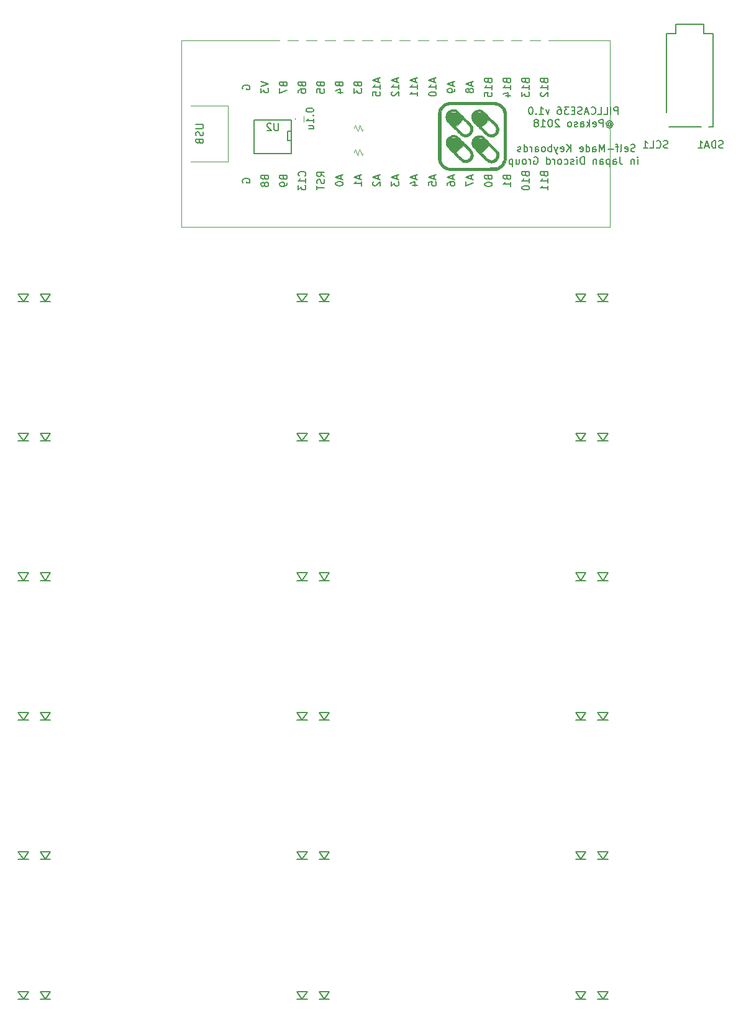
<source format=gbo>
G04 #@! TF.GenerationSoftware,KiCad,Pcbnew,(5.0.0)*
G04 #@! TF.CreationDate,2018-09-01T09:01:24+09:00*
G04 #@! TF.ProjectId,pillcase36,70696C6C6361736533362E6B69636164,rev?*
G04 #@! TF.SameCoordinates,Original*
G04 #@! TF.FileFunction,Legend,Bot*
G04 #@! TF.FilePolarity,Positive*
%FSLAX46Y46*%
G04 Gerber Fmt 4.6, Leading zero omitted, Abs format (unit mm)*
G04 Created by KiCad (PCBNEW (5.0.0)) date 09/01/18 09:01:24*
%MOMM*%
%LPD*%
G01*
G04 APERTURE LIST*
%ADD10C,0.200000*%
%ADD11C,0.010000*%
%ADD12C,0.150000*%
%ADD13C,0.100000*%
%ADD14C,0.120000*%
%ADD15C,2.400000*%
%ADD16C,2.400000*%
%ADD17C,3.000000*%
%ADD18C,2.101800*%
%ADD19C,4.387800*%
%ADD20C,1.390600*%
%ADD21O,1.250000X2.152600*%
%ADD22R,1.600000X2.000000*%
%ADD23R,2.000000X2.000000*%
%ADD24O,2.000000X2.000000*%
%ADD25R,2.000000X1.600000*%
%ADD26C,1.924000*%
%ADD27R,0.908000X1.543000*%
%ADD28R,1.400000X0.900000*%
%ADD29R,0.700000X0.900000*%
%ADD30C,1.900000*%
%ADD31R,1.150000X1.200000*%
%ADD32C,5.400000*%
G04 APERTURE END LIST*
D10*
X145071428Y-49952380D02*
X145071428Y-48952380D01*
X144690476Y-48952380D01*
X144595238Y-49000000D01*
X144547619Y-49047619D01*
X144500000Y-49142857D01*
X144500000Y-49285714D01*
X144547619Y-49380952D01*
X144595238Y-49428571D01*
X144690476Y-49476190D01*
X145071428Y-49476190D01*
X144071428Y-49952380D02*
X144071428Y-48952380D01*
X143119047Y-49952380D02*
X143595238Y-49952380D01*
X143595238Y-48952380D01*
X142309523Y-49952380D02*
X142785714Y-49952380D01*
X142785714Y-48952380D01*
X141404761Y-49857142D02*
X141452380Y-49904761D01*
X141595238Y-49952380D01*
X141690476Y-49952380D01*
X141833333Y-49904761D01*
X141928571Y-49809523D01*
X141976190Y-49714285D01*
X142023809Y-49523809D01*
X142023809Y-49380952D01*
X141976190Y-49190476D01*
X141928571Y-49095238D01*
X141833333Y-49000000D01*
X141690476Y-48952380D01*
X141595238Y-48952380D01*
X141452380Y-49000000D01*
X141404761Y-49047619D01*
X141023809Y-49666666D02*
X140547619Y-49666666D01*
X141119047Y-49952380D02*
X140785714Y-48952380D01*
X140452380Y-49952380D01*
X140166666Y-49904761D02*
X140023809Y-49952380D01*
X139785714Y-49952380D01*
X139690476Y-49904761D01*
X139642857Y-49857142D01*
X139595238Y-49761904D01*
X139595238Y-49666666D01*
X139642857Y-49571428D01*
X139690476Y-49523809D01*
X139785714Y-49476190D01*
X139976190Y-49428571D01*
X140071428Y-49380952D01*
X140119047Y-49333333D01*
X140166666Y-49238095D01*
X140166666Y-49142857D01*
X140119047Y-49047619D01*
X140071428Y-49000000D01*
X139976190Y-48952380D01*
X139738095Y-48952380D01*
X139595238Y-49000000D01*
X139166666Y-49428571D02*
X138833333Y-49428571D01*
X138690476Y-49952380D02*
X139166666Y-49952380D01*
X139166666Y-48952380D01*
X138690476Y-48952380D01*
X138357142Y-48952380D02*
X137738095Y-48952380D01*
X138071428Y-49333333D01*
X137928571Y-49333333D01*
X137833333Y-49380952D01*
X137785714Y-49428571D01*
X137738095Y-49523809D01*
X137738095Y-49761904D01*
X137785714Y-49857142D01*
X137833333Y-49904761D01*
X137928571Y-49952380D01*
X138214285Y-49952380D01*
X138309523Y-49904761D01*
X138357142Y-49857142D01*
X136880952Y-48952380D02*
X137071428Y-48952380D01*
X137166666Y-49000000D01*
X137214285Y-49047619D01*
X137309523Y-49190476D01*
X137357142Y-49380952D01*
X137357142Y-49761904D01*
X137309523Y-49857142D01*
X137261904Y-49904761D01*
X137166666Y-49952380D01*
X136976190Y-49952380D01*
X136880952Y-49904761D01*
X136833333Y-49857142D01*
X136785714Y-49761904D01*
X136785714Y-49523809D01*
X136833333Y-49428571D01*
X136880952Y-49380952D01*
X136976190Y-49333333D01*
X137166666Y-49333333D01*
X137261904Y-49380952D01*
X137309523Y-49428571D01*
X137357142Y-49523809D01*
X135690476Y-49285714D02*
X135452380Y-49952380D01*
X135214285Y-49285714D01*
X134309523Y-49952380D02*
X134880952Y-49952380D01*
X134595238Y-49952380D02*
X134595238Y-48952380D01*
X134690476Y-49095238D01*
X134785714Y-49190476D01*
X134880952Y-49238095D01*
X133880952Y-49857142D02*
X133833333Y-49904761D01*
X133880952Y-49952380D01*
X133928571Y-49904761D01*
X133880952Y-49857142D01*
X133880952Y-49952380D01*
X133214285Y-48952380D02*
X133119047Y-48952380D01*
X133023809Y-49000000D01*
X132976190Y-49047619D01*
X132928571Y-49142857D01*
X132880952Y-49333333D01*
X132880952Y-49571428D01*
X132928571Y-49761904D01*
X132976190Y-49857142D01*
X133023809Y-49904761D01*
X133119047Y-49952380D01*
X133214285Y-49952380D01*
X133309523Y-49904761D01*
X133357142Y-49857142D01*
X133404761Y-49761904D01*
X133452380Y-49571428D01*
X133452380Y-49333333D01*
X133404761Y-49142857D01*
X133357142Y-49047619D01*
X133309523Y-49000000D01*
X133214285Y-48952380D01*
X143714285Y-51176190D02*
X143761904Y-51128571D01*
X143857142Y-51080952D01*
X143952380Y-51080952D01*
X144047619Y-51128571D01*
X144095238Y-51176190D01*
X144142857Y-51271428D01*
X144142857Y-51366666D01*
X144095238Y-51461904D01*
X144047619Y-51509523D01*
X143952380Y-51557142D01*
X143857142Y-51557142D01*
X143761904Y-51509523D01*
X143714285Y-51461904D01*
X143714285Y-51080952D02*
X143714285Y-51461904D01*
X143666666Y-51509523D01*
X143619047Y-51509523D01*
X143523809Y-51461904D01*
X143476190Y-51366666D01*
X143476190Y-51128571D01*
X143571428Y-50985714D01*
X143714285Y-50890476D01*
X143904761Y-50842857D01*
X144095238Y-50890476D01*
X144238095Y-50985714D01*
X144333333Y-51128571D01*
X144380952Y-51319047D01*
X144333333Y-51509523D01*
X144238095Y-51652380D01*
X144095238Y-51747619D01*
X143904761Y-51795238D01*
X143714285Y-51747619D01*
X143571428Y-51652380D01*
X143047619Y-51652380D02*
X143047619Y-50652380D01*
X142666666Y-50652380D01*
X142571428Y-50700000D01*
X142523809Y-50747619D01*
X142476190Y-50842857D01*
X142476190Y-50985714D01*
X142523809Y-51080952D01*
X142571428Y-51128571D01*
X142666666Y-51176190D01*
X143047619Y-51176190D01*
X141666666Y-51604761D02*
X141761904Y-51652380D01*
X141952380Y-51652380D01*
X142047619Y-51604761D01*
X142095238Y-51509523D01*
X142095238Y-51128571D01*
X142047619Y-51033333D01*
X141952380Y-50985714D01*
X141761904Y-50985714D01*
X141666666Y-51033333D01*
X141619047Y-51128571D01*
X141619047Y-51223809D01*
X142095238Y-51319047D01*
X141190476Y-51652380D02*
X141190476Y-50652380D01*
X141095238Y-51271428D02*
X140809523Y-51652380D01*
X140809523Y-50985714D02*
X141190476Y-51366666D01*
X139952380Y-51652380D02*
X139952380Y-51128571D01*
X140000000Y-51033333D01*
X140095238Y-50985714D01*
X140285714Y-50985714D01*
X140380952Y-51033333D01*
X139952380Y-51604761D02*
X140047619Y-51652380D01*
X140285714Y-51652380D01*
X140380952Y-51604761D01*
X140428571Y-51509523D01*
X140428571Y-51414285D01*
X140380952Y-51319047D01*
X140285714Y-51271428D01*
X140047619Y-51271428D01*
X139952380Y-51223809D01*
X139523809Y-51604761D02*
X139428571Y-51652380D01*
X139238095Y-51652380D01*
X139142857Y-51604761D01*
X139095238Y-51509523D01*
X139095238Y-51461904D01*
X139142857Y-51366666D01*
X139238095Y-51319047D01*
X139380952Y-51319047D01*
X139476190Y-51271428D01*
X139523809Y-51176190D01*
X139523809Y-51128571D01*
X139476190Y-51033333D01*
X139380952Y-50985714D01*
X139238095Y-50985714D01*
X139142857Y-51033333D01*
X138523809Y-51652380D02*
X138619047Y-51604761D01*
X138666666Y-51557142D01*
X138714285Y-51461904D01*
X138714285Y-51176190D01*
X138666666Y-51080952D01*
X138619047Y-51033333D01*
X138523809Y-50985714D01*
X138380952Y-50985714D01*
X138285714Y-51033333D01*
X138238095Y-51080952D01*
X138190476Y-51176190D01*
X138190476Y-51461904D01*
X138238095Y-51557142D01*
X138285714Y-51604761D01*
X138380952Y-51652380D01*
X138523809Y-51652380D01*
X137047619Y-50747619D02*
X137000000Y-50700000D01*
X136904761Y-50652380D01*
X136666666Y-50652380D01*
X136571428Y-50700000D01*
X136523809Y-50747619D01*
X136476190Y-50842857D01*
X136476190Y-50938095D01*
X136523809Y-51080952D01*
X137095238Y-51652380D01*
X136476190Y-51652380D01*
X135857142Y-50652380D02*
X135761904Y-50652380D01*
X135666666Y-50700000D01*
X135619047Y-50747619D01*
X135571428Y-50842857D01*
X135523809Y-51033333D01*
X135523809Y-51271428D01*
X135571428Y-51461904D01*
X135619047Y-51557142D01*
X135666666Y-51604761D01*
X135761904Y-51652380D01*
X135857142Y-51652380D01*
X135952380Y-51604761D01*
X136000000Y-51557142D01*
X136047619Y-51461904D01*
X136095238Y-51271428D01*
X136095238Y-51033333D01*
X136047619Y-50842857D01*
X136000000Y-50747619D01*
X135952380Y-50700000D01*
X135857142Y-50652380D01*
X134571428Y-51652380D02*
X135142857Y-51652380D01*
X134857142Y-51652380D02*
X134857142Y-50652380D01*
X134952380Y-50795238D01*
X135047619Y-50890476D01*
X135142857Y-50938095D01*
X134000000Y-51080952D02*
X134095238Y-51033333D01*
X134142857Y-50985714D01*
X134190476Y-50890476D01*
X134190476Y-50842857D01*
X134142857Y-50747619D01*
X134095238Y-50700000D01*
X134000000Y-50652380D01*
X133809523Y-50652380D01*
X133714285Y-50700000D01*
X133666666Y-50747619D01*
X133619047Y-50842857D01*
X133619047Y-50890476D01*
X133666666Y-50985714D01*
X133714285Y-51033333D01*
X133809523Y-51080952D01*
X134000000Y-51080952D01*
X134095238Y-51128571D01*
X134142857Y-51176190D01*
X134190476Y-51271428D01*
X134190476Y-51461904D01*
X134142857Y-51557142D01*
X134095238Y-51604761D01*
X134000000Y-51652380D01*
X133809523Y-51652380D01*
X133714285Y-51604761D01*
X133666666Y-51557142D01*
X133619047Y-51461904D01*
X133619047Y-51271428D01*
X133666666Y-51176190D01*
X133714285Y-51128571D01*
X133809523Y-51080952D01*
X147380952Y-55004761D02*
X147238095Y-55052380D01*
X147000000Y-55052380D01*
X146904761Y-55004761D01*
X146857142Y-54957142D01*
X146809523Y-54861904D01*
X146809523Y-54766666D01*
X146857142Y-54671428D01*
X146904761Y-54623809D01*
X147000000Y-54576190D01*
X147190476Y-54528571D01*
X147285714Y-54480952D01*
X147333333Y-54433333D01*
X147380952Y-54338095D01*
X147380952Y-54242857D01*
X147333333Y-54147619D01*
X147285714Y-54100000D01*
X147190476Y-54052380D01*
X146952380Y-54052380D01*
X146809523Y-54100000D01*
X146000000Y-55004761D02*
X146095238Y-55052380D01*
X146285714Y-55052380D01*
X146380952Y-55004761D01*
X146428571Y-54909523D01*
X146428571Y-54528571D01*
X146380952Y-54433333D01*
X146285714Y-54385714D01*
X146095238Y-54385714D01*
X146000000Y-54433333D01*
X145952380Y-54528571D01*
X145952380Y-54623809D01*
X146428571Y-54719047D01*
X145380952Y-55052380D02*
X145476190Y-55004761D01*
X145523809Y-54909523D01*
X145523809Y-54052380D01*
X145142857Y-54385714D02*
X144761904Y-54385714D01*
X145000000Y-55052380D02*
X145000000Y-54195238D01*
X144952380Y-54100000D01*
X144857142Y-54052380D01*
X144761904Y-54052380D01*
X144428571Y-54671428D02*
X143666666Y-54671428D01*
X143190476Y-55052380D02*
X143190476Y-54052380D01*
X142857142Y-54766666D01*
X142523809Y-54052380D01*
X142523809Y-55052380D01*
X141619047Y-55052380D02*
X141619047Y-54528571D01*
X141666666Y-54433333D01*
X141761904Y-54385714D01*
X141952380Y-54385714D01*
X142047619Y-54433333D01*
X141619047Y-55004761D02*
X141714285Y-55052380D01*
X141952380Y-55052380D01*
X142047619Y-55004761D01*
X142095238Y-54909523D01*
X142095238Y-54814285D01*
X142047619Y-54719047D01*
X141952380Y-54671428D01*
X141714285Y-54671428D01*
X141619047Y-54623809D01*
X140714285Y-55052380D02*
X140714285Y-54052380D01*
X140714285Y-55004761D02*
X140809523Y-55052380D01*
X141000000Y-55052380D01*
X141095238Y-55004761D01*
X141142857Y-54957142D01*
X141190476Y-54861904D01*
X141190476Y-54576190D01*
X141142857Y-54480952D01*
X141095238Y-54433333D01*
X141000000Y-54385714D01*
X140809523Y-54385714D01*
X140714285Y-54433333D01*
X139857142Y-55004761D02*
X139952380Y-55052380D01*
X140142857Y-55052380D01*
X140238095Y-55004761D01*
X140285714Y-54909523D01*
X140285714Y-54528571D01*
X140238095Y-54433333D01*
X140142857Y-54385714D01*
X139952380Y-54385714D01*
X139857142Y-54433333D01*
X139809523Y-54528571D01*
X139809523Y-54623809D01*
X140285714Y-54719047D01*
X138619047Y-55052380D02*
X138619047Y-54052380D01*
X138047619Y-55052380D02*
X138476190Y-54480952D01*
X138047619Y-54052380D02*
X138619047Y-54623809D01*
X137238095Y-55004761D02*
X137333333Y-55052380D01*
X137523809Y-55052380D01*
X137619047Y-55004761D01*
X137666666Y-54909523D01*
X137666666Y-54528571D01*
X137619047Y-54433333D01*
X137523809Y-54385714D01*
X137333333Y-54385714D01*
X137238095Y-54433333D01*
X137190476Y-54528571D01*
X137190476Y-54623809D01*
X137666666Y-54719047D01*
X136857142Y-54385714D02*
X136619047Y-55052380D01*
X136380952Y-54385714D02*
X136619047Y-55052380D01*
X136714285Y-55290476D01*
X136761904Y-55338095D01*
X136857142Y-55385714D01*
X136000000Y-55052380D02*
X136000000Y-54052380D01*
X136000000Y-54433333D02*
X135904761Y-54385714D01*
X135714285Y-54385714D01*
X135619047Y-54433333D01*
X135571428Y-54480952D01*
X135523809Y-54576190D01*
X135523809Y-54861904D01*
X135571428Y-54957142D01*
X135619047Y-55004761D01*
X135714285Y-55052380D01*
X135904761Y-55052380D01*
X136000000Y-55004761D01*
X134952380Y-55052380D02*
X135047619Y-55004761D01*
X135095238Y-54957142D01*
X135142857Y-54861904D01*
X135142857Y-54576190D01*
X135095238Y-54480952D01*
X135047619Y-54433333D01*
X134952380Y-54385714D01*
X134809523Y-54385714D01*
X134714285Y-54433333D01*
X134666666Y-54480952D01*
X134619047Y-54576190D01*
X134619047Y-54861904D01*
X134666666Y-54957142D01*
X134714285Y-55004761D01*
X134809523Y-55052380D01*
X134952380Y-55052380D01*
X133761904Y-55052380D02*
X133761904Y-54528571D01*
X133809523Y-54433333D01*
X133904761Y-54385714D01*
X134095238Y-54385714D01*
X134190476Y-54433333D01*
X133761904Y-55004761D02*
X133857142Y-55052380D01*
X134095238Y-55052380D01*
X134190476Y-55004761D01*
X134238095Y-54909523D01*
X134238095Y-54814285D01*
X134190476Y-54719047D01*
X134095238Y-54671428D01*
X133857142Y-54671428D01*
X133761904Y-54623809D01*
X133285714Y-55052380D02*
X133285714Y-54385714D01*
X133285714Y-54576190D02*
X133238095Y-54480952D01*
X133190476Y-54433333D01*
X133095238Y-54385714D01*
X133000000Y-54385714D01*
X132238095Y-55052380D02*
X132238095Y-54052380D01*
X132238095Y-55004761D02*
X132333333Y-55052380D01*
X132523809Y-55052380D01*
X132619047Y-55004761D01*
X132666666Y-54957142D01*
X132714285Y-54861904D01*
X132714285Y-54576190D01*
X132666666Y-54480952D01*
X132619047Y-54433333D01*
X132523809Y-54385714D01*
X132333333Y-54385714D01*
X132238095Y-54433333D01*
X131809523Y-55004761D02*
X131714285Y-55052380D01*
X131523809Y-55052380D01*
X131428571Y-55004761D01*
X131380952Y-54909523D01*
X131380952Y-54861904D01*
X131428571Y-54766666D01*
X131523809Y-54719047D01*
X131666666Y-54719047D01*
X131761904Y-54671428D01*
X131809523Y-54576190D01*
X131809523Y-54528571D01*
X131761904Y-54433333D01*
X131666666Y-54385714D01*
X131523809Y-54385714D01*
X131428571Y-54433333D01*
X147738095Y-56752380D02*
X147738095Y-56085714D01*
X147738095Y-55752380D02*
X147785714Y-55800000D01*
X147738095Y-55847619D01*
X147690476Y-55800000D01*
X147738095Y-55752380D01*
X147738095Y-55847619D01*
X147261904Y-56085714D02*
X147261904Y-56752380D01*
X147261904Y-56180952D02*
X147214285Y-56133333D01*
X147119047Y-56085714D01*
X146976190Y-56085714D01*
X146880952Y-56133333D01*
X146833333Y-56228571D01*
X146833333Y-56752380D01*
X145309523Y-55752380D02*
X145309523Y-56466666D01*
X145357142Y-56609523D01*
X145452380Y-56704761D01*
X145595238Y-56752380D01*
X145690476Y-56752380D01*
X144404761Y-56752380D02*
X144404761Y-56228571D01*
X144452380Y-56133333D01*
X144547619Y-56085714D01*
X144738095Y-56085714D01*
X144833333Y-56133333D01*
X144404761Y-56704761D02*
X144500000Y-56752380D01*
X144738095Y-56752380D01*
X144833333Y-56704761D01*
X144880952Y-56609523D01*
X144880952Y-56514285D01*
X144833333Y-56419047D01*
X144738095Y-56371428D01*
X144500000Y-56371428D01*
X144404761Y-56323809D01*
X143928571Y-56085714D02*
X143928571Y-57085714D01*
X143928571Y-56133333D02*
X143833333Y-56085714D01*
X143642857Y-56085714D01*
X143547619Y-56133333D01*
X143500000Y-56180952D01*
X143452380Y-56276190D01*
X143452380Y-56561904D01*
X143500000Y-56657142D01*
X143547619Y-56704761D01*
X143642857Y-56752380D01*
X143833333Y-56752380D01*
X143928571Y-56704761D01*
X142595238Y-56752380D02*
X142595238Y-56228571D01*
X142642857Y-56133333D01*
X142738095Y-56085714D01*
X142928571Y-56085714D01*
X143023809Y-56133333D01*
X142595238Y-56704761D02*
X142690476Y-56752380D01*
X142928571Y-56752380D01*
X143023809Y-56704761D01*
X143071428Y-56609523D01*
X143071428Y-56514285D01*
X143023809Y-56419047D01*
X142928571Y-56371428D01*
X142690476Y-56371428D01*
X142595238Y-56323809D01*
X142119047Y-56085714D02*
X142119047Y-56752380D01*
X142119047Y-56180952D02*
X142071428Y-56133333D01*
X141976190Y-56085714D01*
X141833333Y-56085714D01*
X141738095Y-56133333D01*
X141690476Y-56228571D01*
X141690476Y-56752380D01*
X140452380Y-56752380D02*
X140452380Y-55752380D01*
X140214285Y-55752380D01*
X140071428Y-55800000D01*
X139976190Y-55895238D01*
X139928571Y-55990476D01*
X139880952Y-56180952D01*
X139880952Y-56323809D01*
X139928571Y-56514285D01*
X139976190Y-56609523D01*
X140071428Y-56704761D01*
X140214285Y-56752380D01*
X140452380Y-56752380D01*
X139452380Y-56752380D02*
X139452380Y-56085714D01*
X139452380Y-55752380D02*
X139500000Y-55800000D01*
X139452380Y-55847619D01*
X139404761Y-55800000D01*
X139452380Y-55752380D01*
X139452380Y-55847619D01*
X139023809Y-56704761D02*
X138928571Y-56752380D01*
X138738095Y-56752380D01*
X138642857Y-56704761D01*
X138595238Y-56609523D01*
X138595238Y-56561904D01*
X138642857Y-56466666D01*
X138738095Y-56419047D01*
X138880952Y-56419047D01*
X138976190Y-56371428D01*
X139023809Y-56276190D01*
X139023809Y-56228571D01*
X138976190Y-56133333D01*
X138880952Y-56085714D01*
X138738095Y-56085714D01*
X138642857Y-56133333D01*
X137738095Y-56704761D02*
X137833333Y-56752380D01*
X138023809Y-56752380D01*
X138119047Y-56704761D01*
X138166666Y-56657142D01*
X138214285Y-56561904D01*
X138214285Y-56276190D01*
X138166666Y-56180952D01*
X138119047Y-56133333D01*
X138023809Y-56085714D01*
X137833333Y-56085714D01*
X137738095Y-56133333D01*
X137166666Y-56752380D02*
X137261904Y-56704761D01*
X137309523Y-56657142D01*
X137357142Y-56561904D01*
X137357142Y-56276190D01*
X137309523Y-56180952D01*
X137261904Y-56133333D01*
X137166666Y-56085714D01*
X137023809Y-56085714D01*
X136928571Y-56133333D01*
X136880952Y-56180952D01*
X136833333Y-56276190D01*
X136833333Y-56561904D01*
X136880952Y-56657142D01*
X136928571Y-56704761D01*
X137023809Y-56752380D01*
X137166666Y-56752380D01*
X136404761Y-56752380D02*
X136404761Y-56085714D01*
X136404761Y-56276190D02*
X136357142Y-56180952D01*
X136309523Y-56133333D01*
X136214285Y-56085714D01*
X136119047Y-56085714D01*
X135357142Y-56752380D02*
X135357142Y-55752380D01*
X135357142Y-56704761D02*
X135452380Y-56752380D01*
X135642857Y-56752380D01*
X135738095Y-56704761D01*
X135785714Y-56657142D01*
X135833333Y-56561904D01*
X135833333Y-56276190D01*
X135785714Y-56180952D01*
X135738095Y-56133333D01*
X135642857Y-56085714D01*
X135452380Y-56085714D01*
X135357142Y-56133333D01*
X133595238Y-55800000D02*
X133690476Y-55752380D01*
X133833333Y-55752380D01*
X133976190Y-55800000D01*
X134071428Y-55895238D01*
X134119047Y-55990476D01*
X134166666Y-56180952D01*
X134166666Y-56323809D01*
X134119047Y-56514285D01*
X134071428Y-56609523D01*
X133976190Y-56704761D01*
X133833333Y-56752380D01*
X133738095Y-56752380D01*
X133595238Y-56704761D01*
X133547619Y-56657142D01*
X133547619Y-56323809D01*
X133738095Y-56323809D01*
X133119047Y-56752380D02*
X133119047Y-56085714D01*
X133119047Y-56276190D02*
X133071428Y-56180952D01*
X133023809Y-56133333D01*
X132928571Y-56085714D01*
X132833333Y-56085714D01*
X132357142Y-56752380D02*
X132452380Y-56704761D01*
X132500000Y-56657142D01*
X132547619Y-56561904D01*
X132547619Y-56276190D01*
X132500000Y-56180952D01*
X132452380Y-56133333D01*
X132357142Y-56085714D01*
X132214285Y-56085714D01*
X132119047Y-56133333D01*
X132071428Y-56180952D01*
X132023809Y-56276190D01*
X132023809Y-56561904D01*
X132071428Y-56657142D01*
X132119047Y-56704761D01*
X132214285Y-56752380D01*
X132357142Y-56752380D01*
X131166666Y-56085714D02*
X131166666Y-56752380D01*
X131595238Y-56085714D02*
X131595238Y-56609523D01*
X131547619Y-56704761D01*
X131452380Y-56752380D01*
X131309523Y-56752380D01*
X131214285Y-56704761D01*
X131166666Y-56657142D01*
X130690476Y-56085714D02*
X130690476Y-57085714D01*
X130690476Y-56133333D02*
X130595238Y-56085714D01*
X130404761Y-56085714D01*
X130309523Y-56133333D01*
X130261904Y-56180952D01*
X130214285Y-56276190D01*
X130214285Y-56561904D01*
X130261904Y-56657142D01*
X130309523Y-56704761D01*
X130404761Y-56752380D01*
X130595238Y-56752380D01*
X130690476Y-56704761D01*
D11*
G04 #@! TO.C,G\002A\002A\002A*
G36*
X122345575Y-49319331D02*
X122185676Y-49370866D01*
X122036912Y-49447817D01*
X121902526Y-49548611D01*
X121785764Y-49671673D01*
X121689867Y-49815427D01*
X121618082Y-49978300D01*
X121584200Y-50101494D01*
X121563232Y-50279904D01*
X121575357Y-50456794D01*
X121619829Y-50629285D01*
X121695903Y-50794495D01*
X121802832Y-50949545D01*
X121804338Y-50951379D01*
X121832167Y-50982531D01*
X121881250Y-51034523D01*
X121949178Y-51104953D01*
X122033543Y-51191419D01*
X122131937Y-51291518D01*
X122241953Y-51402849D01*
X122361182Y-51523008D01*
X122487216Y-51649594D01*
X122617649Y-51780206D01*
X122750070Y-51912440D01*
X122882074Y-52043894D01*
X123011252Y-52172166D01*
X123135195Y-52294855D01*
X123251497Y-52409558D01*
X123357749Y-52513872D01*
X123451543Y-52605397D01*
X123530471Y-52681728D01*
X123592125Y-52740465D01*
X123634099Y-52779206D01*
X123650600Y-52793231D01*
X123767453Y-52868024D01*
X123901168Y-52930322D01*
X123980265Y-52957563D01*
X124072015Y-52977347D01*
X124181433Y-52989801D01*
X124293991Y-52994070D01*
X124395161Y-52989298D01*
X124432130Y-52984150D01*
X124605756Y-52935992D01*
X124767980Y-52856357D01*
X124917083Y-52746218D01*
X125006298Y-52658570D01*
X125116759Y-52513929D01*
X125197491Y-52355722D01*
X125248006Y-52187467D01*
X125267814Y-52012687D01*
X125266771Y-51996404D01*
X124940327Y-51996404D01*
X124918590Y-52137356D01*
X124868062Y-52272733D01*
X124790796Y-52395719D01*
X124757018Y-52435444D01*
X124648944Y-52534660D01*
X124533142Y-52603568D01*
X124404586Y-52644210D01*
X124258254Y-52658628D01*
X124209400Y-52658122D01*
X124126885Y-52653664D01*
X124064175Y-52644464D01*
X124007246Y-52627414D01*
X123942077Y-52599406D01*
X123939844Y-52598362D01*
X123907090Y-52581991D01*
X123874726Y-52562923D01*
X123839839Y-52538579D01*
X123799519Y-52506383D01*
X123750852Y-52463755D01*
X123690928Y-52408117D01*
X123616834Y-52336892D01*
X123525658Y-52247500D01*
X123414489Y-52137365D01*
X123376360Y-52099452D01*
X122930033Y-51655399D01*
X123930939Y-50656333D01*
X124368562Y-51096600D01*
X124495309Y-51224664D01*
X124600092Y-51332273D01*
X124685239Y-51422567D01*
X124753076Y-51498691D01*
X124805930Y-51563788D01*
X124846126Y-51621000D01*
X124875993Y-51673470D01*
X124897856Y-51724342D01*
X124914042Y-51776759D01*
X124926878Y-51833864D01*
X124931223Y-51856695D01*
X124940327Y-51996404D01*
X125266771Y-51996404D01*
X125256426Y-51834901D01*
X125213354Y-51657630D01*
X125162656Y-51532723D01*
X125146636Y-51501633D01*
X125127222Y-51469810D01*
X125102009Y-51434561D01*
X125068590Y-51393194D01*
X125024561Y-51343016D01*
X124967515Y-51281336D01*
X124895048Y-51205461D01*
X124804754Y-51112698D01*
X124694228Y-51000356D01*
X124619175Y-50924429D01*
X124485480Y-50789633D01*
X124334942Y-50638375D01*
X124174853Y-50477950D01*
X124012508Y-50315653D01*
X123855198Y-50158777D01*
X123710217Y-50014618D01*
X123636504Y-49941542D01*
X123510702Y-49817291D01*
X123406050Y-49714742D01*
X123396858Y-49705862D01*
X123057069Y-49705862D01*
X123048308Y-49711685D01*
X123022754Y-49714262D01*
X122976994Y-49713939D01*
X122907613Y-49711063D01*
X122811198Y-49705981D01*
X122685478Y-49699102D01*
X122578760Y-49693032D01*
X122478500Y-49686799D01*
X122391654Y-49680875D01*
X122325181Y-49675734D01*
X122287651Y-49672057D01*
X122211635Y-49662443D01*
X122250245Y-49631178D01*
X122287365Y-49608026D01*
X122342506Y-49581183D01*
X122385528Y-49563502D01*
X122440053Y-49545463D01*
X122492135Y-49535396D01*
X122553517Y-49531959D01*
X122635948Y-49533815D01*
X122643067Y-49534119D01*
X122761484Y-49545121D01*
X122857174Y-49568808D01*
X122939998Y-49608648D01*
X123016721Y-49665446D01*
X123037862Y-49683090D01*
X123052449Y-49696446D01*
X123057069Y-49705862D01*
X123396858Y-49705862D01*
X123319890Y-49631510D01*
X123249564Y-49565210D01*
X123192415Y-49513457D01*
X123145785Y-49473868D01*
X123107015Y-49444057D01*
X123073449Y-49421640D01*
X123042428Y-49404232D01*
X123031638Y-49398861D01*
X122859640Y-49332979D01*
X122685801Y-49298813D01*
X122513365Y-49294789D01*
X122345575Y-49319331D01*
X122345575Y-49319331D01*
G37*
X122345575Y-49319331D02*
X122185676Y-49370866D01*
X122036912Y-49447817D01*
X121902526Y-49548611D01*
X121785764Y-49671673D01*
X121689867Y-49815427D01*
X121618082Y-49978300D01*
X121584200Y-50101494D01*
X121563232Y-50279904D01*
X121575357Y-50456794D01*
X121619829Y-50629285D01*
X121695903Y-50794495D01*
X121802832Y-50949545D01*
X121804338Y-50951379D01*
X121832167Y-50982531D01*
X121881250Y-51034523D01*
X121949178Y-51104953D01*
X122033543Y-51191419D01*
X122131937Y-51291518D01*
X122241953Y-51402849D01*
X122361182Y-51523008D01*
X122487216Y-51649594D01*
X122617649Y-51780206D01*
X122750070Y-51912440D01*
X122882074Y-52043894D01*
X123011252Y-52172166D01*
X123135195Y-52294855D01*
X123251497Y-52409558D01*
X123357749Y-52513872D01*
X123451543Y-52605397D01*
X123530471Y-52681728D01*
X123592125Y-52740465D01*
X123634099Y-52779206D01*
X123650600Y-52793231D01*
X123767453Y-52868024D01*
X123901168Y-52930322D01*
X123980265Y-52957563D01*
X124072015Y-52977347D01*
X124181433Y-52989801D01*
X124293991Y-52994070D01*
X124395161Y-52989298D01*
X124432130Y-52984150D01*
X124605756Y-52935992D01*
X124767980Y-52856357D01*
X124917083Y-52746218D01*
X125006298Y-52658570D01*
X125116759Y-52513929D01*
X125197491Y-52355722D01*
X125248006Y-52187467D01*
X125267814Y-52012687D01*
X125266771Y-51996404D01*
X124940327Y-51996404D01*
X124918590Y-52137356D01*
X124868062Y-52272733D01*
X124790796Y-52395719D01*
X124757018Y-52435444D01*
X124648944Y-52534660D01*
X124533142Y-52603568D01*
X124404586Y-52644210D01*
X124258254Y-52658628D01*
X124209400Y-52658122D01*
X124126885Y-52653664D01*
X124064175Y-52644464D01*
X124007246Y-52627414D01*
X123942077Y-52599406D01*
X123939844Y-52598362D01*
X123907090Y-52581991D01*
X123874726Y-52562923D01*
X123839839Y-52538579D01*
X123799519Y-52506383D01*
X123750852Y-52463755D01*
X123690928Y-52408117D01*
X123616834Y-52336892D01*
X123525658Y-52247500D01*
X123414489Y-52137365D01*
X123376360Y-52099452D01*
X122930033Y-51655399D01*
X123930939Y-50656333D01*
X124368562Y-51096600D01*
X124495309Y-51224664D01*
X124600092Y-51332273D01*
X124685239Y-51422567D01*
X124753076Y-51498691D01*
X124805930Y-51563788D01*
X124846126Y-51621000D01*
X124875993Y-51673470D01*
X124897856Y-51724342D01*
X124914042Y-51776759D01*
X124926878Y-51833864D01*
X124931223Y-51856695D01*
X124940327Y-51996404D01*
X125266771Y-51996404D01*
X125256426Y-51834901D01*
X125213354Y-51657630D01*
X125162656Y-51532723D01*
X125146636Y-51501633D01*
X125127222Y-51469810D01*
X125102009Y-51434561D01*
X125068590Y-51393194D01*
X125024561Y-51343016D01*
X124967515Y-51281336D01*
X124895048Y-51205461D01*
X124804754Y-51112698D01*
X124694228Y-51000356D01*
X124619175Y-50924429D01*
X124485480Y-50789633D01*
X124334942Y-50638375D01*
X124174853Y-50477950D01*
X124012508Y-50315653D01*
X123855198Y-50158777D01*
X123710217Y-50014618D01*
X123636504Y-49941542D01*
X123510702Y-49817291D01*
X123406050Y-49714742D01*
X123396858Y-49705862D01*
X123057069Y-49705862D01*
X123048308Y-49711685D01*
X123022754Y-49714262D01*
X122976994Y-49713939D01*
X122907613Y-49711063D01*
X122811198Y-49705981D01*
X122685478Y-49699102D01*
X122578760Y-49693032D01*
X122478500Y-49686799D01*
X122391654Y-49680875D01*
X122325181Y-49675734D01*
X122287651Y-49672057D01*
X122211635Y-49662443D01*
X122250245Y-49631178D01*
X122287365Y-49608026D01*
X122342506Y-49581183D01*
X122385528Y-49563502D01*
X122440053Y-49545463D01*
X122492135Y-49535396D01*
X122553517Y-49531959D01*
X122635948Y-49533815D01*
X122643067Y-49534119D01*
X122761484Y-49545121D01*
X122857174Y-49568808D01*
X122939998Y-49608648D01*
X123016721Y-49665446D01*
X123037862Y-49683090D01*
X123052449Y-49696446D01*
X123057069Y-49705862D01*
X123396858Y-49705862D01*
X123319890Y-49631510D01*
X123249564Y-49565210D01*
X123192415Y-49513457D01*
X123145785Y-49473868D01*
X123107015Y-49444057D01*
X123073449Y-49421640D01*
X123042428Y-49404232D01*
X123031638Y-49398861D01*
X122859640Y-49332979D01*
X122685801Y-49298813D01*
X122513365Y-49294789D01*
X122345575Y-49319331D01*
G36*
X125895039Y-49336982D02*
X125722348Y-49384031D01*
X125562615Y-49462366D01*
X125415996Y-49571924D01*
X125369918Y-49615517D01*
X125249881Y-49757360D01*
X125161272Y-49911657D01*
X125103811Y-50079085D01*
X125077221Y-50260324D01*
X125075158Y-50334600D01*
X125077191Y-50424709D01*
X125084209Y-50495669D01*
X125098585Y-50562096D01*
X125122694Y-50638609D01*
X125126163Y-50648614D01*
X125157487Y-50728290D01*
X125194894Y-50808711D01*
X125231289Y-50874866D01*
X125238232Y-50885681D01*
X125259938Y-50912231D01*
X125303738Y-50960543D01*
X125367640Y-51028570D01*
X125449652Y-51114265D01*
X125547782Y-51215583D01*
X125660037Y-51330477D01*
X125784425Y-51456903D01*
X125918954Y-51592813D01*
X126061630Y-51736161D01*
X126210462Y-51884902D01*
X126236284Y-51910628D01*
X126410416Y-52083930D01*
X126562403Y-52234902D01*
X126694005Y-52365202D01*
X126806984Y-52476488D01*
X126903100Y-52570417D01*
X126984114Y-52648649D01*
X127051787Y-52712841D01*
X127107881Y-52764651D01*
X127154155Y-52805737D01*
X127192371Y-52837757D01*
X127224290Y-52862371D01*
X127251673Y-52881234D01*
X127276280Y-52896006D01*
X127291267Y-52904019D01*
X127366250Y-52938771D01*
X127447160Y-52970541D01*
X127513845Y-52991690D01*
X127603661Y-53007512D01*
X127712005Y-53015593D01*
X127826110Y-53015913D01*
X127933211Y-53008449D01*
X128020540Y-52993180D01*
X128022886Y-52992557D01*
X128171226Y-52940487D01*
X128304821Y-52866385D01*
X128431894Y-52765356D01*
X128476740Y-52722339D01*
X128597169Y-52582662D01*
X128685307Y-52435599D01*
X128742456Y-52278074D01*
X128769914Y-52107014D01*
X128772654Y-52029946D01*
X128446306Y-52029946D01*
X128423524Y-52170473D01*
X128373056Y-52304426D01*
X128297729Y-52425955D01*
X128200368Y-52529208D01*
X128093596Y-52603123D01*
X127988379Y-52652650D01*
X127888401Y-52680821D01*
X127779444Y-52690834D01*
X127708743Y-52689681D01*
X127628374Y-52683930D01*
X127566001Y-52672400D01*
X127505801Y-52651080D01*
X127446277Y-52623139D01*
X127411983Y-52604978D01*
X127377942Y-52583968D01*
X127341204Y-52557473D01*
X127298817Y-52522859D01*
X127247831Y-52477490D01*
X127185297Y-52418732D01*
X127108264Y-52343949D01*
X127013782Y-52250506D01*
X126898900Y-52135769D01*
X126884946Y-52121790D01*
X126444759Y-51680714D01*
X127435115Y-50690358D01*
X127876102Y-51130545D01*
X128003316Y-51258063D01*
X128108480Y-51365180D01*
X128193909Y-51455018D01*
X128261920Y-51530697D01*
X128314827Y-51595338D01*
X128354946Y-51652063D01*
X128384594Y-51703993D01*
X128406084Y-51754248D01*
X128421733Y-51805951D01*
X128433857Y-51862221D01*
X128438580Y-51888696D01*
X128446306Y-52029946D01*
X128772654Y-52029946D01*
X128772934Y-52022089D01*
X128767735Y-51894985D01*
X128749973Y-51783966D01*
X128716398Y-51674786D01*
X128668066Y-51562266D01*
X128600115Y-51418333D01*
X127640891Y-50460185D01*
X127464867Y-50284457D01*
X127310986Y-50131109D01*
X127177517Y-49998502D01*
X127062726Y-49884999D01*
X126964880Y-49788962D01*
X126910403Y-49736083D01*
X126579497Y-49736083D01*
X126579403Y-49745231D01*
X126560030Y-49748130D01*
X126515973Y-49746078D01*
X126469322Y-49742529D01*
X126406692Y-49737920D01*
X126320031Y-49731969D01*
X126219115Y-49725328D01*
X126113722Y-49718647D01*
X126072356Y-49716100D01*
X125976021Y-49710406D01*
X125888033Y-49705536D01*
X125815559Y-49701862D01*
X125765766Y-49699756D01*
X125750623Y-49699400D01*
X125699534Y-49699201D01*
X125775774Y-49649324D01*
X125886221Y-49594631D01*
X126012749Y-49561054D01*
X126142861Y-49551530D01*
X126181691Y-49553894D01*
X126257708Y-49568364D01*
X126343711Y-49595848D01*
X126429373Y-49631894D01*
X126504366Y-49672052D01*
X126558361Y-49711871D01*
X126565718Y-49719389D01*
X126579497Y-49736083D01*
X126910403Y-49736083D01*
X126882247Y-49708753D01*
X126813093Y-49642734D01*
X126755686Y-49589266D01*
X126708293Y-49546713D01*
X126669181Y-49513435D01*
X126636616Y-49487796D01*
X126608867Y-49468157D01*
X126584201Y-49452879D01*
X126563134Y-49441470D01*
X126434036Y-49382525D01*
X126315007Y-49345047D01*
X126192969Y-49325780D01*
X126080534Y-49321285D01*
X125895039Y-49336982D01*
X125895039Y-49336982D01*
G37*
X125895039Y-49336982D02*
X125722348Y-49384031D01*
X125562615Y-49462366D01*
X125415996Y-49571924D01*
X125369918Y-49615517D01*
X125249881Y-49757360D01*
X125161272Y-49911657D01*
X125103811Y-50079085D01*
X125077221Y-50260324D01*
X125075158Y-50334600D01*
X125077191Y-50424709D01*
X125084209Y-50495669D01*
X125098585Y-50562096D01*
X125122694Y-50638609D01*
X125126163Y-50648614D01*
X125157487Y-50728290D01*
X125194894Y-50808711D01*
X125231289Y-50874866D01*
X125238232Y-50885681D01*
X125259938Y-50912231D01*
X125303738Y-50960543D01*
X125367640Y-51028570D01*
X125449652Y-51114265D01*
X125547782Y-51215583D01*
X125660037Y-51330477D01*
X125784425Y-51456903D01*
X125918954Y-51592813D01*
X126061630Y-51736161D01*
X126210462Y-51884902D01*
X126236284Y-51910628D01*
X126410416Y-52083930D01*
X126562403Y-52234902D01*
X126694005Y-52365202D01*
X126806984Y-52476488D01*
X126903100Y-52570417D01*
X126984114Y-52648649D01*
X127051787Y-52712841D01*
X127107881Y-52764651D01*
X127154155Y-52805737D01*
X127192371Y-52837757D01*
X127224290Y-52862371D01*
X127251673Y-52881234D01*
X127276280Y-52896006D01*
X127291267Y-52904019D01*
X127366250Y-52938771D01*
X127447160Y-52970541D01*
X127513845Y-52991690D01*
X127603661Y-53007512D01*
X127712005Y-53015593D01*
X127826110Y-53015913D01*
X127933211Y-53008449D01*
X128020540Y-52993180D01*
X128022886Y-52992557D01*
X128171226Y-52940487D01*
X128304821Y-52866385D01*
X128431894Y-52765356D01*
X128476740Y-52722339D01*
X128597169Y-52582662D01*
X128685307Y-52435599D01*
X128742456Y-52278074D01*
X128769914Y-52107014D01*
X128772654Y-52029946D01*
X128446306Y-52029946D01*
X128423524Y-52170473D01*
X128373056Y-52304426D01*
X128297729Y-52425955D01*
X128200368Y-52529208D01*
X128093596Y-52603123D01*
X127988379Y-52652650D01*
X127888401Y-52680821D01*
X127779444Y-52690834D01*
X127708743Y-52689681D01*
X127628374Y-52683930D01*
X127566001Y-52672400D01*
X127505801Y-52651080D01*
X127446277Y-52623139D01*
X127411983Y-52604978D01*
X127377942Y-52583968D01*
X127341204Y-52557473D01*
X127298817Y-52522859D01*
X127247831Y-52477490D01*
X127185297Y-52418732D01*
X127108264Y-52343949D01*
X127013782Y-52250506D01*
X126898900Y-52135769D01*
X126884946Y-52121790D01*
X126444759Y-51680714D01*
X127435115Y-50690358D01*
X127876102Y-51130545D01*
X128003316Y-51258063D01*
X128108480Y-51365180D01*
X128193909Y-51455018D01*
X128261920Y-51530697D01*
X128314827Y-51595338D01*
X128354946Y-51652063D01*
X128384594Y-51703993D01*
X128406084Y-51754248D01*
X128421733Y-51805951D01*
X128433857Y-51862221D01*
X128438580Y-51888696D01*
X128446306Y-52029946D01*
X128772654Y-52029946D01*
X128772934Y-52022089D01*
X128767735Y-51894985D01*
X128749973Y-51783966D01*
X128716398Y-51674786D01*
X128668066Y-51562266D01*
X128600115Y-51418333D01*
X127640891Y-50460185D01*
X127464867Y-50284457D01*
X127310986Y-50131109D01*
X127177517Y-49998502D01*
X127062726Y-49884999D01*
X126964880Y-49788962D01*
X126910403Y-49736083D01*
X126579497Y-49736083D01*
X126579403Y-49745231D01*
X126560030Y-49748130D01*
X126515973Y-49746078D01*
X126469322Y-49742529D01*
X126406692Y-49737920D01*
X126320031Y-49731969D01*
X126219115Y-49725328D01*
X126113722Y-49718647D01*
X126072356Y-49716100D01*
X125976021Y-49710406D01*
X125888033Y-49705536D01*
X125815559Y-49701862D01*
X125765766Y-49699756D01*
X125750623Y-49699400D01*
X125699534Y-49699201D01*
X125775774Y-49649324D01*
X125886221Y-49594631D01*
X126012749Y-49561054D01*
X126142861Y-49551530D01*
X126181691Y-49553894D01*
X126257708Y-49568364D01*
X126343711Y-49595848D01*
X126429373Y-49631894D01*
X126504366Y-49672052D01*
X126558361Y-49711871D01*
X126565718Y-49719389D01*
X126579497Y-49736083D01*
X126910403Y-49736083D01*
X126882247Y-49708753D01*
X126813093Y-49642734D01*
X126755686Y-49589266D01*
X126708293Y-49546713D01*
X126669181Y-49513435D01*
X126636616Y-49487796D01*
X126608867Y-49468157D01*
X126584201Y-49452879D01*
X126563134Y-49441470D01*
X126434036Y-49382525D01*
X126315007Y-49345047D01*
X126192969Y-49325780D01*
X126080534Y-49321285D01*
X125895039Y-49336982D01*
G36*
X122495039Y-52805972D02*
X122326007Y-52839427D01*
X122165781Y-52900411D01*
X122018052Y-52986870D01*
X121886513Y-53096751D01*
X121774856Y-53227999D01*
X121686772Y-53378562D01*
X121639182Y-53500430D01*
X121616599Y-53599601D01*
X121603488Y-53716280D01*
X121599951Y-53839375D01*
X121606091Y-53957798D01*
X121622010Y-54060457D01*
X121633620Y-54102266D01*
X121648267Y-54145345D01*
X121662397Y-54184355D01*
X121677625Y-54221151D01*
X121695568Y-54257586D01*
X121717842Y-54295513D01*
X121746063Y-54336785D01*
X121781846Y-54383256D01*
X121826808Y-54436778D01*
X121882565Y-54499206D01*
X121950733Y-54572392D01*
X122032927Y-54658190D01*
X122130764Y-54758452D01*
X122245860Y-54875033D01*
X122379830Y-55009785D01*
X122534291Y-55164563D01*
X122710858Y-55341218D01*
X122734957Y-55365324D01*
X122910134Y-55540499D01*
X123063151Y-55693333D01*
X123195761Y-55825471D01*
X123309713Y-55938557D01*
X123406758Y-56034236D01*
X123488647Y-56114152D01*
X123557131Y-56179949D01*
X123613960Y-56233273D01*
X123660886Y-56275766D01*
X123699657Y-56309075D01*
X123732026Y-56334843D01*
X123759743Y-56354715D01*
X123784559Y-56370335D01*
X123808224Y-56383348D01*
X123830587Y-56394480D01*
X124009136Y-56463608D01*
X124189055Y-56498949D01*
X124370891Y-56500573D01*
X124505734Y-56480382D01*
X124671280Y-56427867D01*
X124824950Y-56346166D01*
X124963157Y-56238930D01*
X125082317Y-56109811D01*
X125178844Y-55962458D01*
X125249151Y-55800524D01*
X125278087Y-55693999D01*
X125297318Y-55523850D01*
X125290914Y-55425786D01*
X124960541Y-55425786D01*
X124959534Y-55513719D01*
X124953025Y-55602463D01*
X124941483Y-55669961D01*
X124922273Y-55728747D01*
X124907266Y-55762364D01*
X124824883Y-55896577D01*
X124718376Y-56008588D01*
X124591000Y-56095407D01*
X124500165Y-56136320D01*
X124403185Y-56159583D01*
X124288641Y-56167435D01*
X124168802Y-56160495D01*
X124055937Y-56139382D01*
X123972334Y-56109670D01*
X123941808Y-56093431D01*
X123908076Y-56071351D01*
X123868424Y-56040996D01*
X123820140Y-55999928D01*
X123760510Y-55945713D01*
X123686821Y-55875913D01*
X123596360Y-55788093D01*
X123486414Y-55679816D01*
X123417469Y-55611470D01*
X122964205Y-55161407D01*
X123459688Y-54665710D01*
X123955171Y-54170014D01*
X124383462Y-54597573D01*
X124485002Y-54699721D01*
X124580691Y-54797465D01*
X124667392Y-54887490D01*
X124741968Y-54966478D01*
X124801282Y-55031115D01*
X124842199Y-55078085D01*
X124859976Y-55101333D01*
X124915011Y-55204458D01*
X124947661Y-55309000D01*
X124960541Y-55425786D01*
X125290914Y-55425786D01*
X125285930Y-55349481D01*
X125245270Y-55177863D01*
X125176682Y-55015965D01*
X125132788Y-54941530D01*
X125105772Y-54907049D01*
X125054922Y-54849652D01*
X124980795Y-54769914D01*
X124883951Y-54668414D01*
X124764947Y-54545726D01*
X124624342Y-54402429D01*
X124462693Y-54239099D01*
X124280561Y-54056312D01*
X124138031Y-53913956D01*
X123958452Y-53734959D01*
X123800956Y-53578264D01*
X123663633Y-53442271D01*
X123544574Y-53325380D01*
X123441870Y-53225990D01*
X123436083Y-53220515D01*
X123108734Y-53220515D01*
X123015601Y-53219606D01*
X122968814Y-53218287D01*
X122895532Y-53215174D01*
X122803059Y-53210627D01*
X122698697Y-53205001D01*
X122596236Y-53199049D01*
X122489514Y-53191790D01*
X122398570Y-53183973D01*
X122327963Y-53176104D01*
X122282256Y-53168687D01*
X122266036Y-53162466D01*
X122277974Y-53146964D01*
X122313085Y-53122611D01*
X122363667Y-53094733D01*
X122412857Y-53071521D01*
X122455144Y-53056684D01*
X122500696Y-53048373D01*
X122559681Y-53044739D01*
X122642269Y-53043933D01*
X122643067Y-53043933D01*
X122726845Y-53044824D01*
X122786746Y-53048632D01*
X122832735Y-53057055D01*
X122874781Y-53071793D01*
X122914001Y-53090125D01*
X122974496Y-53123010D01*
X123030558Y-53158219D01*
X123057934Y-53178416D01*
X123108734Y-53220515D01*
X123436083Y-53220515D01*
X123353612Y-53142500D01*
X123277890Y-53073311D01*
X123212795Y-53016822D01*
X123156417Y-52971432D01*
X123106849Y-52935541D01*
X123062179Y-52907549D01*
X123020500Y-52885855D01*
X122979902Y-52868859D01*
X122938475Y-52854960D01*
X122894311Y-52842557D01*
X122845500Y-52830052D01*
X122844752Y-52829863D01*
X122669185Y-52802099D01*
X122495039Y-52805972D01*
X122495039Y-52805972D01*
G37*
X122495039Y-52805972D02*
X122326007Y-52839427D01*
X122165781Y-52900411D01*
X122018052Y-52986870D01*
X121886513Y-53096751D01*
X121774856Y-53227999D01*
X121686772Y-53378562D01*
X121639182Y-53500430D01*
X121616599Y-53599601D01*
X121603488Y-53716280D01*
X121599951Y-53839375D01*
X121606091Y-53957798D01*
X121622010Y-54060457D01*
X121633620Y-54102266D01*
X121648267Y-54145345D01*
X121662397Y-54184355D01*
X121677625Y-54221151D01*
X121695568Y-54257586D01*
X121717842Y-54295513D01*
X121746063Y-54336785D01*
X121781846Y-54383256D01*
X121826808Y-54436778D01*
X121882565Y-54499206D01*
X121950733Y-54572392D01*
X122032927Y-54658190D01*
X122130764Y-54758452D01*
X122245860Y-54875033D01*
X122379830Y-55009785D01*
X122534291Y-55164563D01*
X122710858Y-55341218D01*
X122734957Y-55365324D01*
X122910134Y-55540499D01*
X123063151Y-55693333D01*
X123195761Y-55825471D01*
X123309713Y-55938557D01*
X123406758Y-56034236D01*
X123488647Y-56114152D01*
X123557131Y-56179949D01*
X123613960Y-56233273D01*
X123660886Y-56275766D01*
X123699657Y-56309075D01*
X123732026Y-56334843D01*
X123759743Y-56354715D01*
X123784559Y-56370335D01*
X123808224Y-56383348D01*
X123830587Y-56394480D01*
X124009136Y-56463608D01*
X124189055Y-56498949D01*
X124370891Y-56500573D01*
X124505734Y-56480382D01*
X124671280Y-56427867D01*
X124824950Y-56346166D01*
X124963157Y-56238930D01*
X125082317Y-56109811D01*
X125178844Y-55962458D01*
X125249151Y-55800524D01*
X125278087Y-55693999D01*
X125297318Y-55523850D01*
X125290914Y-55425786D01*
X124960541Y-55425786D01*
X124959534Y-55513719D01*
X124953025Y-55602463D01*
X124941483Y-55669961D01*
X124922273Y-55728747D01*
X124907266Y-55762364D01*
X124824883Y-55896577D01*
X124718376Y-56008588D01*
X124591000Y-56095407D01*
X124500165Y-56136320D01*
X124403185Y-56159583D01*
X124288641Y-56167435D01*
X124168802Y-56160495D01*
X124055937Y-56139382D01*
X123972334Y-56109670D01*
X123941808Y-56093431D01*
X123908076Y-56071351D01*
X123868424Y-56040996D01*
X123820140Y-55999928D01*
X123760510Y-55945713D01*
X123686821Y-55875913D01*
X123596360Y-55788093D01*
X123486414Y-55679816D01*
X123417469Y-55611470D01*
X122964205Y-55161407D01*
X123459688Y-54665710D01*
X123955171Y-54170014D01*
X124383462Y-54597573D01*
X124485002Y-54699721D01*
X124580691Y-54797465D01*
X124667392Y-54887490D01*
X124741968Y-54966478D01*
X124801282Y-55031115D01*
X124842199Y-55078085D01*
X124859976Y-55101333D01*
X124915011Y-55204458D01*
X124947661Y-55309000D01*
X124960541Y-55425786D01*
X125290914Y-55425786D01*
X125285930Y-55349481D01*
X125245270Y-55177863D01*
X125176682Y-55015965D01*
X125132788Y-54941530D01*
X125105772Y-54907049D01*
X125054922Y-54849652D01*
X124980795Y-54769914D01*
X124883951Y-54668414D01*
X124764947Y-54545726D01*
X124624342Y-54402429D01*
X124462693Y-54239099D01*
X124280561Y-54056312D01*
X124138031Y-53913956D01*
X123958452Y-53734959D01*
X123800956Y-53578264D01*
X123663633Y-53442271D01*
X123544574Y-53325380D01*
X123441870Y-53225990D01*
X123436083Y-53220515D01*
X123108734Y-53220515D01*
X123015601Y-53219606D01*
X122968814Y-53218287D01*
X122895532Y-53215174D01*
X122803059Y-53210627D01*
X122698697Y-53205001D01*
X122596236Y-53199049D01*
X122489514Y-53191790D01*
X122398570Y-53183973D01*
X122327963Y-53176104D01*
X122282256Y-53168687D01*
X122266036Y-53162466D01*
X122277974Y-53146964D01*
X122313085Y-53122611D01*
X122363667Y-53094733D01*
X122412857Y-53071521D01*
X122455144Y-53056684D01*
X122500696Y-53048373D01*
X122559681Y-53044739D01*
X122642269Y-53043933D01*
X122643067Y-53043933D01*
X122726845Y-53044824D01*
X122786746Y-53048632D01*
X122832735Y-53057055D01*
X122874781Y-53071793D01*
X122914001Y-53090125D01*
X122974496Y-53123010D01*
X123030558Y-53158219D01*
X123057934Y-53178416D01*
X123108734Y-53220515D01*
X123436083Y-53220515D01*
X123353612Y-53142500D01*
X123277890Y-53073311D01*
X123212795Y-53016822D01*
X123156417Y-52971432D01*
X123106849Y-52935541D01*
X123062179Y-52907549D01*
X123020500Y-52885855D01*
X122979902Y-52868859D01*
X122938475Y-52854960D01*
X122894311Y-52842557D01*
X122845500Y-52830052D01*
X122844752Y-52829863D01*
X122669185Y-52802099D01*
X122495039Y-52805972D01*
G36*
X125926735Y-52845673D02*
X125754969Y-52891461D01*
X125595912Y-52968568D01*
X125448832Y-53077297D01*
X125394562Y-53128335D01*
X125276637Y-53269007D01*
X125188334Y-53423306D01*
X125130003Y-53587819D01*
X125101998Y-53759135D01*
X125104670Y-53933843D01*
X125138372Y-54108531D01*
X125203455Y-54279787D01*
X125264307Y-54390133D01*
X125285443Y-54416816D01*
X125328299Y-54464941D01*
X125390522Y-54532125D01*
X125469763Y-54615986D01*
X125563671Y-54714140D01*
X125669896Y-54824205D01*
X125786087Y-54943797D01*
X125909893Y-55070535D01*
X126038965Y-55202035D01*
X126170950Y-55335915D01*
X126303500Y-55469791D01*
X126434262Y-55601280D01*
X126560888Y-55728001D01*
X126681025Y-55847570D01*
X126792325Y-55957605D01*
X126892435Y-56055722D01*
X126979006Y-56139538D01*
X127049686Y-56206672D01*
X127102126Y-56254740D01*
X127113447Y-56264653D01*
X127266221Y-56376574D01*
X127429709Y-56459560D01*
X127600155Y-56512440D01*
X127773804Y-56534045D01*
X127944434Y-56523596D01*
X128121233Y-56479271D01*
X128284548Y-56405555D01*
X128431244Y-56305305D01*
X128558186Y-56181375D01*
X128662238Y-56036621D01*
X128740264Y-55873900D01*
X128773350Y-55768574D01*
X128802863Y-55591287D01*
X128800940Y-55486488D01*
X128472896Y-55486488D01*
X128462016Y-55632640D01*
X128420961Y-55772112D01*
X128350417Y-55900625D01*
X128273025Y-55992853D01*
X128152301Y-56091118D01*
X128018709Y-56158789D01*
X127875487Y-56195065D01*
X127725872Y-56199145D01*
X127573101Y-56170228D01*
X127565601Y-56167952D01*
X127517269Y-56151087D01*
X127470016Y-56129694D01*
X127420966Y-56101406D01*
X127367242Y-56063853D01*
X127305970Y-56014668D01*
X127234273Y-55951481D01*
X127149276Y-55871925D01*
X127048103Y-55773630D01*
X126927878Y-55654230D01*
X126863713Y-55589885D01*
X126470025Y-55194226D01*
X126970015Y-54694813D01*
X127470006Y-54195400D01*
X127909385Y-54637105D01*
X128026217Y-54754865D01*
X128121483Y-54851771D01*
X128197755Y-54930720D01*
X128257607Y-54994612D01*
X128303612Y-55046345D01*
X128338344Y-55088817D01*
X128364375Y-55124926D01*
X128384280Y-55157572D01*
X128400631Y-55189652D01*
X128401388Y-55191264D01*
X128452915Y-55337935D01*
X128472896Y-55486488D01*
X128800940Y-55486488D01*
X128799643Y-55415887D01*
X128763441Y-55239886D01*
X128704413Y-55083220D01*
X128688967Y-55050610D01*
X128672219Y-55019766D01*
X128651732Y-54987920D01*
X128625068Y-54952305D01*
X128589790Y-54910153D01*
X128543462Y-54858698D01*
X128483646Y-54795171D01*
X128407904Y-54716806D01*
X128313801Y-54620835D01*
X128198898Y-54504491D01*
X128161127Y-54466333D01*
X128028684Y-54332832D01*
X127879328Y-54182729D01*
X127720243Y-54023216D01*
X127558616Y-53861487D01*
X127401632Y-53704734D01*
X127256475Y-53560150D01*
X127178284Y-53482467D01*
X127052295Y-53357738D01*
X126947631Y-53254918D01*
X126599700Y-53254918D01*
X126595719Y-53255422D01*
X126575075Y-53254373D01*
X126525483Y-53251523D01*
X126451797Y-53247161D01*
X126358872Y-53241576D01*
X126251562Y-53235056D01*
X126173667Y-53230287D01*
X126059339Y-53223297D01*
X125956065Y-53217040D01*
X125868715Y-53211807D01*
X125802157Y-53207888D01*
X125761262Y-53205574D01*
X125750636Y-53205065D01*
X125753002Y-53196696D01*
X125777745Y-53175717D01*
X125797634Y-53161563D01*
X125918115Y-53099500D01*
X126051123Y-53065879D01*
X126190349Y-53060992D01*
X126329487Y-53085133D01*
X126448166Y-53131286D01*
X126496384Y-53158859D01*
X126541711Y-53190110D01*
X126578082Y-53219938D01*
X126599433Y-53243241D01*
X126599700Y-53254918D01*
X126947631Y-53254918D01*
X126947452Y-53254743D01*
X126861117Y-53171107D01*
X126790650Y-53104456D01*
X126733413Y-53052416D01*
X126686766Y-53012613D01*
X126648070Y-52982673D01*
X126614685Y-52960222D01*
X126583973Y-52942885D01*
X126571601Y-52936733D01*
X126415813Y-52874606D01*
X126260163Y-52840389D01*
X126111944Y-52830900D01*
X125926735Y-52845673D01*
X125926735Y-52845673D01*
G37*
X125926735Y-52845673D02*
X125754969Y-52891461D01*
X125595912Y-52968568D01*
X125448832Y-53077297D01*
X125394562Y-53128335D01*
X125276637Y-53269007D01*
X125188334Y-53423306D01*
X125130003Y-53587819D01*
X125101998Y-53759135D01*
X125104670Y-53933843D01*
X125138372Y-54108531D01*
X125203455Y-54279787D01*
X125264307Y-54390133D01*
X125285443Y-54416816D01*
X125328299Y-54464941D01*
X125390522Y-54532125D01*
X125469763Y-54615986D01*
X125563671Y-54714140D01*
X125669896Y-54824205D01*
X125786087Y-54943797D01*
X125909893Y-55070535D01*
X126038965Y-55202035D01*
X126170950Y-55335915D01*
X126303500Y-55469791D01*
X126434262Y-55601280D01*
X126560888Y-55728001D01*
X126681025Y-55847570D01*
X126792325Y-55957605D01*
X126892435Y-56055722D01*
X126979006Y-56139538D01*
X127049686Y-56206672D01*
X127102126Y-56254740D01*
X127113447Y-56264653D01*
X127266221Y-56376574D01*
X127429709Y-56459560D01*
X127600155Y-56512440D01*
X127773804Y-56534045D01*
X127944434Y-56523596D01*
X128121233Y-56479271D01*
X128284548Y-56405555D01*
X128431244Y-56305305D01*
X128558186Y-56181375D01*
X128662238Y-56036621D01*
X128740264Y-55873900D01*
X128773350Y-55768574D01*
X128802863Y-55591287D01*
X128800940Y-55486488D01*
X128472896Y-55486488D01*
X128462016Y-55632640D01*
X128420961Y-55772112D01*
X128350417Y-55900625D01*
X128273025Y-55992853D01*
X128152301Y-56091118D01*
X128018709Y-56158789D01*
X127875487Y-56195065D01*
X127725872Y-56199145D01*
X127573101Y-56170228D01*
X127565601Y-56167952D01*
X127517269Y-56151087D01*
X127470016Y-56129694D01*
X127420966Y-56101406D01*
X127367242Y-56063853D01*
X127305970Y-56014668D01*
X127234273Y-55951481D01*
X127149276Y-55871925D01*
X127048103Y-55773630D01*
X126927878Y-55654230D01*
X126863713Y-55589885D01*
X126470025Y-55194226D01*
X126970015Y-54694813D01*
X127470006Y-54195400D01*
X127909385Y-54637105D01*
X128026217Y-54754865D01*
X128121483Y-54851771D01*
X128197755Y-54930720D01*
X128257607Y-54994612D01*
X128303612Y-55046345D01*
X128338344Y-55088817D01*
X128364375Y-55124926D01*
X128384280Y-55157572D01*
X128400631Y-55189652D01*
X128401388Y-55191264D01*
X128452915Y-55337935D01*
X128472896Y-55486488D01*
X128800940Y-55486488D01*
X128799643Y-55415887D01*
X128763441Y-55239886D01*
X128704413Y-55083220D01*
X128688967Y-55050610D01*
X128672219Y-55019766D01*
X128651732Y-54987920D01*
X128625068Y-54952305D01*
X128589790Y-54910153D01*
X128543462Y-54858698D01*
X128483646Y-54795171D01*
X128407904Y-54716806D01*
X128313801Y-54620835D01*
X128198898Y-54504491D01*
X128161127Y-54466333D01*
X128028684Y-54332832D01*
X127879328Y-54182729D01*
X127720243Y-54023216D01*
X127558616Y-53861487D01*
X127401632Y-53704734D01*
X127256475Y-53560150D01*
X127178284Y-53482467D01*
X127052295Y-53357738D01*
X126947631Y-53254918D01*
X126599700Y-53254918D01*
X126595719Y-53255422D01*
X126575075Y-53254373D01*
X126525483Y-53251523D01*
X126451797Y-53247161D01*
X126358872Y-53241576D01*
X126251562Y-53235056D01*
X126173667Y-53230287D01*
X126059339Y-53223297D01*
X125956065Y-53217040D01*
X125868715Y-53211807D01*
X125802157Y-53207888D01*
X125761262Y-53205574D01*
X125750636Y-53205065D01*
X125753002Y-53196696D01*
X125777745Y-53175717D01*
X125797634Y-53161563D01*
X125918115Y-53099500D01*
X126051123Y-53065879D01*
X126190349Y-53060992D01*
X126329487Y-53085133D01*
X126448166Y-53131286D01*
X126496384Y-53158859D01*
X126541711Y-53190110D01*
X126578082Y-53219938D01*
X126599433Y-53243241D01*
X126599700Y-53254918D01*
X126947631Y-53254918D01*
X126947452Y-53254743D01*
X126861117Y-53171107D01*
X126790650Y-53104456D01*
X126733413Y-53052416D01*
X126686766Y-53012613D01*
X126648070Y-52982673D01*
X126614685Y-52960222D01*
X126583973Y-52942885D01*
X126571601Y-52936733D01*
X126415813Y-52874606D01*
X126260163Y-52840389D01*
X126111944Y-52830900D01*
X125926735Y-52845673D01*
G36*
X124916425Y-48273928D02*
X124624996Y-48274187D01*
X124337524Y-48274671D01*
X124056108Y-48275379D01*
X123782850Y-48276312D01*
X123519851Y-48277469D01*
X123269213Y-48278853D01*
X123033036Y-48280462D01*
X122813422Y-48282298D01*
X122612472Y-48284360D01*
X122432287Y-48286649D01*
X122274968Y-48289166D01*
X122142617Y-48291910D01*
X122037334Y-48294882D01*
X121961222Y-48298083D01*
X121916380Y-48301512D01*
X121910622Y-48302348D01*
X121682687Y-48358710D01*
X121468570Y-48444633D01*
X121270548Y-48557839D01*
X121090901Y-48696051D01*
X120931906Y-48856990D01*
X120795842Y-49038376D01*
X120684987Y-49237933D01*
X120601621Y-49453382D01*
X120551549Y-49661421D01*
X120548418Y-49682928D01*
X120545551Y-49710945D01*
X120542937Y-49746923D01*
X120540565Y-49792311D01*
X120538424Y-49848561D01*
X120536503Y-49917122D01*
X120534790Y-49999446D01*
X120533274Y-50096982D01*
X120531944Y-50211181D01*
X120530789Y-50343493D01*
X120529798Y-50495369D01*
X120528959Y-50668259D01*
X120528262Y-50863614D01*
X120527695Y-51082884D01*
X120527247Y-51327519D01*
X120526907Y-51598970D01*
X120526663Y-51898687D01*
X120526505Y-52228120D01*
X120526422Y-52588721D01*
X120526400Y-52925399D01*
X120526394Y-53315500D01*
X120526397Y-53673246D01*
X120526450Y-54000150D01*
X120526587Y-54297725D01*
X120526848Y-54567482D01*
X120527269Y-54810934D01*
X120527887Y-55029593D01*
X120528740Y-55224972D01*
X120529865Y-55398583D01*
X120531300Y-55551938D01*
X120533081Y-55686549D01*
X120535247Y-55803930D01*
X120537833Y-55905591D01*
X120540879Y-55993046D01*
X120544420Y-56067807D01*
X120548495Y-56131386D01*
X120553140Y-56185296D01*
X120558393Y-56231048D01*
X120564292Y-56270156D01*
X120570873Y-56304130D01*
X120578174Y-56334485D01*
X120586232Y-56362732D01*
X120595084Y-56390383D01*
X120604768Y-56418950D01*
X120613203Y-56443668D01*
X120699143Y-56646336D01*
X120814378Y-56838106D01*
X120955080Y-57015153D01*
X121117425Y-57173651D01*
X121297587Y-57309773D01*
X121491740Y-57419695D01*
X121656332Y-57486797D01*
X121686685Y-57497165D01*
X121714887Y-57506673D01*
X121742446Y-57515360D01*
X121770869Y-57523260D01*
X121801666Y-57530411D01*
X121836344Y-57536848D01*
X121876413Y-57542608D01*
X121923379Y-57547728D01*
X121978752Y-57552244D01*
X122044040Y-57556192D01*
X122120751Y-57559609D01*
X122210394Y-57562531D01*
X122314477Y-57564995D01*
X122434508Y-57567036D01*
X122571995Y-57568692D01*
X122728447Y-57569998D01*
X122905373Y-57570992D01*
X123104280Y-57571709D01*
X123326677Y-57572186D01*
X123574072Y-57572460D01*
X123847973Y-57572566D01*
X124149889Y-57572542D01*
X124481329Y-57572423D01*
X124843799Y-57572246D01*
X125189519Y-57572071D01*
X125588483Y-57571834D01*
X125954878Y-57571520D01*
X126289999Y-57571121D01*
X126595142Y-57570628D01*
X126871605Y-57570030D01*
X127120684Y-57569319D01*
X127343675Y-57568485D01*
X127541875Y-57567519D01*
X127716581Y-57566411D01*
X127869088Y-57565152D01*
X128000693Y-57563733D01*
X128112693Y-57562144D01*
X128206384Y-57560376D01*
X128283062Y-57558419D01*
X128344025Y-57556264D01*
X128390569Y-57553902D01*
X128423990Y-57551324D01*
X128445584Y-57548519D01*
X128445606Y-57548515D01*
X128673456Y-57490567D01*
X128887351Y-57403186D01*
X129085013Y-57288662D01*
X129264165Y-57149285D01*
X129422528Y-56987345D01*
X129557826Y-56805131D01*
X129667781Y-56604933D01*
X129750114Y-56389040D01*
X129797652Y-56189378D01*
X129800784Y-56167867D01*
X129803651Y-56139848D01*
X129806265Y-56103872D01*
X129808637Y-56058487D01*
X129810778Y-56002241D01*
X129812699Y-55933685D01*
X129814411Y-55851367D01*
X129815925Y-55753836D01*
X129817253Y-55639641D01*
X129818406Y-55507331D01*
X129819394Y-55355455D01*
X129820229Y-55182562D01*
X129820923Y-54987202D01*
X129821486Y-54767922D01*
X129821929Y-54523273D01*
X129822264Y-54251803D01*
X129822502Y-53952062D01*
X129822654Y-53622598D01*
X129822731Y-53261960D01*
X129822746Y-52927415D01*
X129822754Y-52536596D01*
X129822764Y-52178129D01*
X129822731Y-51850503D01*
X129822712Y-51800053D01*
X129458923Y-51800053D01*
X129458868Y-52124399D01*
X129458787Y-52479357D01*
X129458735Y-52866413D01*
X129458734Y-52942333D01*
X129458734Y-56108866D01*
X129419787Y-56243375D01*
X129345531Y-56442396D01*
X129244392Y-56623759D01*
X129118924Y-56785193D01*
X128971680Y-56924431D01*
X128805212Y-57039205D01*
X128622073Y-57127246D01*
X128424816Y-57186286D01*
X128341531Y-57201423D01*
X128315989Y-57202718D01*
X128258306Y-57203950D01*
X128170206Y-57205115D01*
X128053415Y-57206208D01*
X127909658Y-57207222D01*
X127740660Y-57208151D01*
X127548147Y-57208992D01*
X127333842Y-57209738D01*
X127099473Y-57210383D01*
X126846763Y-57210922D01*
X126577437Y-57211350D01*
X126293222Y-57211662D01*
X125995842Y-57211851D01*
X125687022Y-57211912D01*
X125368487Y-57211840D01*
X125115334Y-57211688D01*
X121974201Y-57209296D01*
X121850333Y-57170950D01*
X121643204Y-57090498D01*
X121457974Y-56984651D01*
X121295690Y-56854465D01*
X121157398Y-56700997D01*
X121044143Y-56525301D01*
X120956970Y-56328433D01*
X120928680Y-56240700D01*
X120890467Y-56108866D01*
X120890467Y-49741933D01*
X120928708Y-49609997D01*
X121004456Y-49406574D01*
X121107354Y-49222375D01*
X121235600Y-49059206D01*
X121387391Y-48918873D01*
X121560924Y-48803183D01*
X121754398Y-48713940D01*
X121856625Y-48680213D01*
X121991134Y-48641266D01*
X125157667Y-48641266D01*
X125550429Y-48641232D01*
X125910812Y-48641165D01*
X126240304Y-48641118D01*
X126540393Y-48641142D01*
X126812566Y-48641290D01*
X127058312Y-48641616D01*
X127279119Y-48642170D01*
X127476474Y-48643006D01*
X127651865Y-48644177D01*
X127806779Y-48645733D01*
X127942705Y-48647729D01*
X128061131Y-48650216D01*
X128163544Y-48653247D01*
X128251432Y-48656875D01*
X128326283Y-48661151D01*
X128389585Y-48666128D01*
X128442826Y-48671859D01*
X128487492Y-48678396D01*
X128525074Y-48685791D01*
X128557057Y-48694098D01*
X128584930Y-48703368D01*
X128610180Y-48713653D01*
X128634297Y-48725007D01*
X128658766Y-48737482D01*
X128685077Y-48751130D01*
X128714716Y-48766004D01*
X128716143Y-48766698D01*
X128900247Y-48873221D01*
X129059032Y-49001958D01*
X129193804Y-49154196D01*
X129305870Y-49331222D01*
X129322876Y-49364111D01*
X129339031Y-49395355D01*
X129353859Y-49422965D01*
X129367418Y-49448428D01*
X129379762Y-49473235D01*
X129390950Y-49498874D01*
X129401037Y-49526834D01*
X129410080Y-49558604D01*
X129418136Y-49595673D01*
X129425261Y-49639530D01*
X129431512Y-49691663D01*
X129436944Y-49753563D01*
X129441616Y-49826717D01*
X129445582Y-49912614D01*
X129448901Y-50012745D01*
X129451627Y-50128596D01*
X129453819Y-50261658D01*
X129455531Y-50413419D01*
X129456822Y-50585369D01*
X129457747Y-50778996D01*
X129458363Y-50995788D01*
X129458727Y-51237236D01*
X129458894Y-51504828D01*
X129458923Y-51800053D01*
X129822712Y-51800053D01*
X129822613Y-51552202D01*
X129822365Y-51281713D01*
X129821946Y-51037524D01*
X129821311Y-50818119D01*
X129820417Y-50621985D01*
X129819221Y-50447610D01*
X129817679Y-50293479D01*
X129815748Y-50158078D01*
X129813384Y-50039894D01*
X129810545Y-49937414D01*
X129807186Y-49849124D01*
X129803265Y-49773511D01*
X129798738Y-49709059D01*
X129793562Y-49654257D01*
X129787693Y-49607591D01*
X129781087Y-49567546D01*
X129773703Y-49532610D01*
X129765495Y-49501268D01*
X129756422Y-49472008D01*
X129746439Y-49443315D01*
X129735503Y-49413676D01*
X129723570Y-49381577D01*
X129720935Y-49374384D01*
X129625319Y-49160500D01*
X129502360Y-48964633D01*
X129354634Y-48788938D01*
X129184720Y-48635570D01*
X128995196Y-48506685D01*
X128788640Y-48404437D01*
X128567629Y-48330982D01*
X128439844Y-48303460D01*
X128402654Y-48299964D01*
X128333700Y-48296687D01*
X128235082Y-48293627D01*
X128108902Y-48290787D01*
X127957260Y-48288165D01*
X127782259Y-48285764D01*
X127585998Y-48283581D01*
X127370580Y-48281619D01*
X127138106Y-48279878D01*
X126890677Y-48278357D01*
X126630393Y-48277058D01*
X126359357Y-48275980D01*
X126079669Y-48275124D01*
X125793430Y-48274491D01*
X125502743Y-48274080D01*
X125209707Y-48273892D01*
X124916425Y-48273928D01*
X124916425Y-48273928D01*
G37*
X124916425Y-48273928D02*
X124624996Y-48274187D01*
X124337524Y-48274671D01*
X124056108Y-48275379D01*
X123782850Y-48276312D01*
X123519851Y-48277469D01*
X123269213Y-48278853D01*
X123033036Y-48280462D01*
X122813422Y-48282298D01*
X122612472Y-48284360D01*
X122432287Y-48286649D01*
X122274968Y-48289166D01*
X122142617Y-48291910D01*
X122037334Y-48294882D01*
X121961222Y-48298083D01*
X121916380Y-48301512D01*
X121910622Y-48302348D01*
X121682687Y-48358710D01*
X121468570Y-48444633D01*
X121270548Y-48557839D01*
X121090901Y-48696051D01*
X120931906Y-48856990D01*
X120795842Y-49038376D01*
X120684987Y-49237933D01*
X120601621Y-49453382D01*
X120551549Y-49661421D01*
X120548418Y-49682928D01*
X120545551Y-49710945D01*
X120542937Y-49746923D01*
X120540565Y-49792311D01*
X120538424Y-49848561D01*
X120536503Y-49917122D01*
X120534790Y-49999446D01*
X120533274Y-50096982D01*
X120531944Y-50211181D01*
X120530789Y-50343493D01*
X120529798Y-50495369D01*
X120528959Y-50668259D01*
X120528262Y-50863614D01*
X120527695Y-51082884D01*
X120527247Y-51327519D01*
X120526907Y-51598970D01*
X120526663Y-51898687D01*
X120526505Y-52228120D01*
X120526422Y-52588721D01*
X120526400Y-52925399D01*
X120526394Y-53315500D01*
X120526397Y-53673246D01*
X120526450Y-54000150D01*
X120526587Y-54297725D01*
X120526848Y-54567482D01*
X120527269Y-54810934D01*
X120527887Y-55029593D01*
X120528740Y-55224972D01*
X120529865Y-55398583D01*
X120531300Y-55551938D01*
X120533081Y-55686549D01*
X120535247Y-55803930D01*
X120537833Y-55905591D01*
X120540879Y-55993046D01*
X120544420Y-56067807D01*
X120548495Y-56131386D01*
X120553140Y-56185296D01*
X120558393Y-56231048D01*
X120564292Y-56270156D01*
X120570873Y-56304130D01*
X120578174Y-56334485D01*
X120586232Y-56362732D01*
X120595084Y-56390383D01*
X120604768Y-56418950D01*
X120613203Y-56443668D01*
X120699143Y-56646336D01*
X120814378Y-56838106D01*
X120955080Y-57015153D01*
X121117425Y-57173651D01*
X121297587Y-57309773D01*
X121491740Y-57419695D01*
X121656332Y-57486797D01*
X121686685Y-57497165D01*
X121714887Y-57506673D01*
X121742446Y-57515360D01*
X121770869Y-57523260D01*
X121801666Y-57530411D01*
X121836344Y-57536848D01*
X121876413Y-57542608D01*
X121923379Y-57547728D01*
X121978752Y-57552244D01*
X122044040Y-57556192D01*
X122120751Y-57559609D01*
X122210394Y-57562531D01*
X122314477Y-57564995D01*
X122434508Y-57567036D01*
X122571995Y-57568692D01*
X122728447Y-57569998D01*
X122905373Y-57570992D01*
X123104280Y-57571709D01*
X123326677Y-57572186D01*
X123574072Y-57572460D01*
X123847973Y-57572566D01*
X124149889Y-57572542D01*
X124481329Y-57572423D01*
X124843799Y-57572246D01*
X125189519Y-57572071D01*
X125588483Y-57571834D01*
X125954878Y-57571520D01*
X126289999Y-57571121D01*
X126595142Y-57570628D01*
X126871605Y-57570030D01*
X127120684Y-57569319D01*
X127343675Y-57568485D01*
X127541875Y-57567519D01*
X127716581Y-57566411D01*
X127869088Y-57565152D01*
X128000693Y-57563733D01*
X128112693Y-57562144D01*
X128206384Y-57560376D01*
X128283062Y-57558419D01*
X128344025Y-57556264D01*
X128390569Y-57553902D01*
X128423990Y-57551324D01*
X128445584Y-57548519D01*
X128445606Y-57548515D01*
X128673456Y-57490567D01*
X128887351Y-57403186D01*
X129085013Y-57288662D01*
X129264165Y-57149285D01*
X129422528Y-56987345D01*
X129557826Y-56805131D01*
X129667781Y-56604933D01*
X129750114Y-56389040D01*
X129797652Y-56189378D01*
X129800784Y-56167867D01*
X129803651Y-56139848D01*
X129806265Y-56103872D01*
X129808637Y-56058487D01*
X129810778Y-56002241D01*
X129812699Y-55933685D01*
X129814411Y-55851367D01*
X129815925Y-55753836D01*
X129817253Y-55639641D01*
X129818406Y-55507331D01*
X129819394Y-55355455D01*
X129820229Y-55182562D01*
X129820923Y-54987202D01*
X129821486Y-54767922D01*
X129821929Y-54523273D01*
X129822264Y-54251803D01*
X129822502Y-53952062D01*
X129822654Y-53622598D01*
X129822731Y-53261960D01*
X129822746Y-52927415D01*
X129822754Y-52536596D01*
X129822764Y-52178129D01*
X129822731Y-51850503D01*
X129822712Y-51800053D01*
X129458923Y-51800053D01*
X129458868Y-52124399D01*
X129458787Y-52479357D01*
X129458735Y-52866413D01*
X129458734Y-52942333D01*
X129458734Y-56108866D01*
X129419787Y-56243375D01*
X129345531Y-56442396D01*
X129244392Y-56623759D01*
X129118924Y-56785193D01*
X128971680Y-56924431D01*
X128805212Y-57039205D01*
X128622073Y-57127246D01*
X128424816Y-57186286D01*
X128341531Y-57201423D01*
X128315989Y-57202718D01*
X128258306Y-57203950D01*
X128170206Y-57205115D01*
X128053415Y-57206208D01*
X127909658Y-57207222D01*
X127740660Y-57208151D01*
X127548147Y-57208992D01*
X127333842Y-57209738D01*
X127099473Y-57210383D01*
X126846763Y-57210922D01*
X126577437Y-57211350D01*
X126293222Y-57211662D01*
X125995842Y-57211851D01*
X125687022Y-57211912D01*
X125368487Y-57211840D01*
X125115334Y-57211688D01*
X121974201Y-57209296D01*
X121850333Y-57170950D01*
X121643204Y-57090498D01*
X121457974Y-56984651D01*
X121295690Y-56854465D01*
X121157398Y-56700997D01*
X121044143Y-56525301D01*
X120956970Y-56328433D01*
X120928680Y-56240700D01*
X120890467Y-56108866D01*
X120890467Y-49741933D01*
X120928708Y-49609997D01*
X121004456Y-49406574D01*
X121107354Y-49222375D01*
X121235600Y-49059206D01*
X121387391Y-48918873D01*
X121560924Y-48803183D01*
X121754398Y-48713940D01*
X121856625Y-48680213D01*
X121991134Y-48641266D01*
X125157667Y-48641266D01*
X125550429Y-48641232D01*
X125910812Y-48641165D01*
X126240304Y-48641118D01*
X126540393Y-48641142D01*
X126812566Y-48641290D01*
X127058312Y-48641616D01*
X127279119Y-48642170D01*
X127476474Y-48643006D01*
X127651865Y-48644177D01*
X127806779Y-48645733D01*
X127942705Y-48647729D01*
X128061131Y-48650216D01*
X128163544Y-48653247D01*
X128251432Y-48656875D01*
X128326283Y-48661151D01*
X128389585Y-48666128D01*
X128442826Y-48671859D01*
X128487492Y-48678396D01*
X128525074Y-48685791D01*
X128557057Y-48694098D01*
X128584930Y-48703368D01*
X128610180Y-48713653D01*
X128634297Y-48725007D01*
X128658766Y-48737482D01*
X128685077Y-48751130D01*
X128714716Y-48766004D01*
X128716143Y-48766698D01*
X128900247Y-48873221D01*
X129059032Y-49001958D01*
X129193804Y-49154196D01*
X129305870Y-49331222D01*
X129322876Y-49364111D01*
X129339031Y-49395355D01*
X129353859Y-49422965D01*
X129367418Y-49448428D01*
X129379762Y-49473235D01*
X129390950Y-49498874D01*
X129401037Y-49526834D01*
X129410080Y-49558604D01*
X129418136Y-49595673D01*
X129425261Y-49639530D01*
X129431512Y-49691663D01*
X129436944Y-49753563D01*
X129441616Y-49826717D01*
X129445582Y-49912614D01*
X129448901Y-50012745D01*
X129451627Y-50128596D01*
X129453819Y-50261658D01*
X129455531Y-50413419D01*
X129456822Y-50585369D01*
X129457747Y-50778996D01*
X129458363Y-50995788D01*
X129458727Y-51237236D01*
X129458894Y-51504828D01*
X129458923Y-51800053D01*
X129822712Y-51800053D01*
X129822613Y-51552202D01*
X129822365Y-51281713D01*
X129821946Y-51037524D01*
X129821311Y-50818119D01*
X129820417Y-50621985D01*
X129819221Y-50447610D01*
X129817679Y-50293479D01*
X129815748Y-50158078D01*
X129813384Y-50039894D01*
X129810545Y-49937414D01*
X129807186Y-49849124D01*
X129803265Y-49773511D01*
X129798738Y-49709059D01*
X129793562Y-49654257D01*
X129787693Y-49607591D01*
X129781087Y-49567546D01*
X129773703Y-49532610D01*
X129765495Y-49501268D01*
X129756422Y-49472008D01*
X129746439Y-49443315D01*
X129735503Y-49413676D01*
X129723570Y-49381577D01*
X129720935Y-49374384D01*
X129625319Y-49160500D01*
X129502360Y-48964633D01*
X129354634Y-48788938D01*
X129184720Y-48635570D01*
X128995196Y-48506685D01*
X128788640Y-48404437D01*
X128567629Y-48330982D01*
X128439844Y-48303460D01*
X128402654Y-48299964D01*
X128333700Y-48296687D01*
X128235082Y-48293627D01*
X128108902Y-48290787D01*
X127957260Y-48288165D01*
X127782259Y-48285764D01*
X127585998Y-48283581D01*
X127370580Y-48281619D01*
X127138106Y-48279878D01*
X126890677Y-48278357D01*
X126630393Y-48277058D01*
X126359357Y-48275980D01*
X126079669Y-48275124D01*
X125793430Y-48274491D01*
X125502743Y-48274080D01*
X125209707Y-48273892D01*
X124916425Y-48273928D01*
D12*
G04 #@! TO.C,J1*
X158011570Y-39000000D02*
X158011570Y-51700000D01*
X151661570Y-39000000D02*
X152931570Y-39000000D01*
X152931570Y-39000000D02*
X152931570Y-37730000D01*
X158011570Y-51700000D02*
X151661570Y-51700000D01*
X151661570Y-51700000D02*
X151661570Y-39000000D01*
X156741570Y-39000000D02*
X158011570Y-39000000D01*
X152931570Y-37730000D02*
X156741570Y-37730000D01*
X156741570Y-37730000D02*
X156741570Y-39000000D01*
G04 #@! TO.C,D1*
X64700000Y-75440000D02*
X63300000Y-75440000D01*
X64700000Y-74400000D02*
X64000000Y-75440000D01*
X63300000Y-74400000D02*
X64700000Y-74400000D01*
X64000000Y-75440000D02*
X63300000Y-74400000D01*
G04 #@! TO.C,D2*
X64000000Y-94440000D02*
X63300000Y-93400000D01*
X63300000Y-93400000D02*
X64700000Y-93400000D01*
X64700000Y-93400000D02*
X64000000Y-94440000D01*
X64700000Y-94440000D02*
X63300000Y-94440000D01*
G04 #@! TO.C,D3*
X64000000Y-113440000D02*
X63300000Y-112400000D01*
X63300000Y-112400000D02*
X64700000Y-112400000D01*
X64700000Y-112400000D02*
X64000000Y-113440000D01*
X64700000Y-113440000D02*
X63300000Y-113440000D01*
G04 #@! TO.C,D4*
X64000000Y-132440000D02*
X63300000Y-131400000D01*
X63300000Y-131400000D02*
X64700000Y-131400000D01*
X64700000Y-131400000D02*
X64000000Y-132440000D01*
X64700000Y-132440000D02*
X63300000Y-132440000D01*
G04 #@! TO.C,D5*
X64700000Y-151440000D02*
X63300000Y-151440000D01*
X64700000Y-150400000D02*
X64000000Y-151440000D01*
X63300000Y-150400000D02*
X64700000Y-150400000D01*
X64000000Y-151440000D02*
X63300000Y-150400000D01*
G04 #@! TO.C,D6*
X64700000Y-170440000D02*
X63300000Y-170440000D01*
X64700000Y-169400000D02*
X64000000Y-170440000D01*
X63300000Y-169400000D02*
X64700000Y-169400000D01*
X64000000Y-170440000D02*
X63300000Y-169400000D01*
G04 #@! TO.C,D7*
X67000000Y-75440000D02*
X66300000Y-74400000D01*
X66300000Y-74400000D02*
X67700000Y-74400000D01*
X67700000Y-74400000D02*
X67000000Y-75440000D01*
X67700000Y-75440000D02*
X66300000Y-75440000D01*
G04 #@! TO.C,D8*
X67700000Y-94440000D02*
X66300000Y-94440000D01*
X67700000Y-93400000D02*
X67000000Y-94440000D01*
X66300000Y-93400000D02*
X67700000Y-93400000D01*
X67000000Y-94440000D02*
X66300000Y-93400000D01*
G04 #@! TO.C,D9*
X67000000Y-113440000D02*
X66300000Y-112400000D01*
X66300000Y-112400000D02*
X67700000Y-112400000D01*
X67700000Y-112400000D02*
X67000000Y-113440000D01*
X67700000Y-113440000D02*
X66300000Y-113440000D01*
G04 #@! TO.C,D10*
X67000000Y-132440000D02*
X66300000Y-131400000D01*
X66300000Y-131400000D02*
X67700000Y-131400000D01*
X67700000Y-131400000D02*
X67000000Y-132440000D01*
X67700000Y-132440000D02*
X66300000Y-132440000D01*
G04 #@! TO.C,D11*
X67000000Y-151440000D02*
X66300000Y-150400000D01*
X66300000Y-150400000D02*
X67700000Y-150400000D01*
X67700000Y-150400000D02*
X67000000Y-151440000D01*
X67700000Y-151440000D02*
X66300000Y-151440000D01*
G04 #@! TO.C,D12*
X67700000Y-170440000D02*
X66300000Y-170440000D01*
X67700000Y-169400000D02*
X67000000Y-170440000D01*
X66300000Y-169400000D02*
X67700000Y-169400000D01*
X67000000Y-170440000D02*
X66300000Y-169400000D01*
G04 #@! TO.C,D13*
X102000000Y-75440000D02*
X101300000Y-74400000D01*
X101300000Y-74400000D02*
X102700000Y-74400000D01*
X102700000Y-74400000D02*
X102000000Y-75440000D01*
X102700000Y-75440000D02*
X101300000Y-75440000D01*
G04 #@! TO.C,D14*
X102000000Y-94440000D02*
X101300000Y-93400000D01*
X101300000Y-93400000D02*
X102700000Y-93400000D01*
X102700000Y-93400000D02*
X102000000Y-94440000D01*
X102700000Y-94440000D02*
X101300000Y-94440000D01*
G04 #@! TO.C,D15*
X102000000Y-113440000D02*
X101300000Y-112400000D01*
X101300000Y-112400000D02*
X102700000Y-112400000D01*
X102700000Y-112400000D02*
X102000000Y-113440000D01*
X102700000Y-113440000D02*
X101300000Y-113440000D01*
G04 #@! TO.C,D16*
X102700000Y-132440000D02*
X101300000Y-132440000D01*
X102700000Y-131400000D02*
X102000000Y-132440000D01*
X101300000Y-131400000D02*
X102700000Y-131400000D01*
X102000000Y-132440000D02*
X101300000Y-131400000D01*
G04 #@! TO.C,D17*
X102000000Y-151440000D02*
X101300000Y-150400000D01*
X101300000Y-150400000D02*
X102700000Y-150400000D01*
X102700000Y-150400000D02*
X102000000Y-151440000D01*
X102700000Y-151440000D02*
X101300000Y-151440000D01*
G04 #@! TO.C,D18*
X102700000Y-170440000D02*
X101300000Y-170440000D01*
X102700000Y-169400000D02*
X102000000Y-170440000D01*
X101300000Y-169400000D02*
X102700000Y-169400000D01*
X102000000Y-170440000D02*
X101300000Y-169400000D01*
G04 #@! TO.C,D19*
X105700000Y-75440000D02*
X104300000Y-75440000D01*
X105700000Y-74400000D02*
X105000000Y-75440000D01*
X104300000Y-74400000D02*
X105700000Y-74400000D01*
X105000000Y-75440000D02*
X104300000Y-74400000D01*
G04 #@! TO.C,D20*
X105700000Y-94440000D02*
X104300000Y-94440000D01*
X105700000Y-93400000D02*
X105000000Y-94440000D01*
X104300000Y-93400000D02*
X105700000Y-93400000D01*
X105000000Y-94440000D02*
X104300000Y-93400000D01*
G04 #@! TO.C,D21*
X105000000Y-113440000D02*
X104300000Y-112400000D01*
X104300000Y-112400000D02*
X105700000Y-112400000D01*
X105700000Y-112400000D02*
X105000000Y-113440000D01*
X105700000Y-113440000D02*
X104300000Y-113440000D01*
G04 #@! TO.C,D22*
X105700000Y-132440000D02*
X104300000Y-132440000D01*
X105700000Y-131400000D02*
X105000000Y-132440000D01*
X104300000Y-131400000D02*
X105700000Y-131400000D01*
X105000000Y-132440000D02*
X104300000Y-131400000D01*
G04 #@! TO.C,D23*
X105000000Y-151440000D02*
X104300000Y-150400000D01*
X104300000Y-150400000D02*
X105700000Y-150400000D01*
X105700000Y-150400000D02*
X105000000Y-151440000D01*
X105700000Y-151440000D02*
X104300000Y-151440000D01*
G04 #@! TO.C,D24*
X105700000Y-170440000D02*
X104300000Y-170440000D01*
X105700000Y-169400000D02*
X105000000Y-170440000D01*
X104300000Y-169400000D02*
X105700000Y-169400000D01*
X105000000Y-170440000D02*
X104300000Y-169400000D01*
G04 #@! TO.C,D25*
X140000000Y-75440000D02*
X139300000Y-74400000D01*
X139300000Y-74400000D02*
X140700000Y-74400000D01*
X140700000Y-74400000D02*
X140000000Y-75440000D01*
X140700000Y-75440000D02*
X139300000Y-75440000D01*
G04 #@! TO.C,D26*
X140000000Y-94440000D02*
X139300000Y-93400000D01*
X139300000Y-93400000D02*
X140700000Y-93400000D01*
X140700000Y-93400000D02*
X140000000Y-94440000D01*
X140700000Y-94440000D02*
X139300000Y-94440000D01*
G04 #@! TO.C,D27*
X140000000Y-113440000D02*
X139300000Y-112400000D01*
X139300000Y-112400000D02*
X140700000Y-112400000D01*
X140700000Y-112400000D02*
X140000000Y-113440000D01*
X140700000Y-113440000D02*
X139300000Y-113440000D01*
G04 #@! TO.C,D28*
X140700000Y-132440000D02*
X139300000Y-132440000D01*
X140700000Y-131400000D02*
X140000000Y-132440000D01*
X139300000Y-131400000D02*
X140700000Y-131400000D01*
X140000000Y-132440000D02*
X139300000Y-131400000D01*
G04 #@! TO.C,D29*
X140000000Y-151440000D02*
X139300000Y-150400000D01*
X139300000Y-150400000D02*
X140700000Y-150400000D01*
X140700000Y-150400000D02*
X140000000Y-151440000D01*
X140700000Y-151440000D02*
X139300000Y-151440000D01*
G04 #@! TO.C,D30*
X140700000Y-170440000D02*
X139300000Y-170440000D01*
X140700000Y-169400000D02*
X140000000Y-170440000D01*
X139300000Y-169400000D02*
X140700000Y-169400000D01*
X140000000Y-170440000D02*
X139300000Y-169400000D01*
G04 #@! TO.C,D31*
X143700000Y-75440000D02*
X142300000Y-75440000D01*
X143700000Y-74400000D02*
X143000000Y-75440000D01*
X142300000Y-74400000D02*
X143700000Y-74400000D01*
X143000000Y-75440000D02*
X142300000Y-74400000D01*
G04 #@! TO.C,D32*
X143700000Y-94440000D02*
X142300000Y-94440000D01*
X143700000Y-93400000D02*
X143000000Y-94440000D01*
X142300000Y-93400000D02*
X143700000Y-93400000D01*
X143000000Y-94440000D02*
X142300000Y-93400000D01*
G04 #@! TO.C,D33*
X143000000Y-113440000D02*
X142300000Y-112400000D01*
X142300000Y-112400000D02*
X143700000Y-112400000D01*
X143700000Y-112400000D02*
X143000000Y-113440000D01*
X143700000Y-113440000D02*
X142300000Y-113440000D01*
G04 #@! TO.C,D34*
X143700000Y-132440000D02*
X142300000Y-132440000D01*
X143700000Y-131400000D02*
X143000000Y-132440000D01*
X142300000Y-131400000D02*
X143700000Y-131400000D01*
X143000000Y-132440000D02*
X142300000Y-131400000D01*
G04 #@! TO.C,D35*
X143700000Y-151440000D02*
X142300000Y-151440000D01*
X143700000Y-150400000D02*
X143000000Y-151440000D01*
X142300000Y-150400000D02*
X143700000Y-150400000D01*
X143000000Y-151440000D02*
X142300000Y-150400000D01*
G04 #@! TO.C,D36*
X143700000Y-170440000D02*
X142300000Y-170440000D01*
X143700000Y-169400000D02*
X143000000Y-170440000D01*
X142300000Y-169400000D02*
X143700000Y-169400000D01*
X143000000Y-170440000D02*
X142300000Y-169400000D01*
D13*
G04 #@! TO.C,R1*
X110185200Y-52247800D02*
X110337600Y-51816000D01*
X110032800Y-51816000D02*
X110185200Y-52247800D01*
X109880400Y-51384200D02*
X110032800Y-51816000D01*
X109728000Y-51816000D02*
X109880400Y-51384200D01*
X109575600Y-52247800D02*
X109728000Y-51816000D01*
X109423200Y-51816000D02*
X109575600Y-52247800D01*
X109270800Y-51384200D02*
X109423200Y-51816000D01*
X109118400Y-51816000D02*
X109270800Y-51384200D01*
X109118400Y-51816000D02*
X109270800Y-51384200D01*
X109270800Y-51384200D02*
X109423200Y-51816000D01*
X109423200Y-51816000D02*
X109575600Y-52247800D01*
X109575600Y-52247800D02*
X109728000Y-51816000D01*
X109728000Y-51816000D02*
X109880400Y-51384200D01*
X109880400Y-51384200D02*
X110032800Y-51816000D01*
X110032800Y-51816000D02*
X110185200Y-52247800D01*
X110185200Y-52247800D02*
X110337600Y-51816000D01*
G04 #@! TO.C,R2*
X110164200Y-55549800D02*
X110316600Y-55118000D01*
X110011800Y-55118000D02*
X110164200Y-55549800D01*
X109859400Y-54686200D02*
X110011800Y-55118000D01*
X109707000Y-55118000D02*
X109859400Y-54686200D01*
X109554600Y-55549800D02*
X109707000Y-55118000D01*
X109402200Y-55118000D02*
X109554600Y-55549800D01*
X109249800Y-54686200D02*
X109402200Y-55118000D01*
X109097400Y-55118000D02*
X109249800Y-54686200D01*
X109097400Y-55118000D02*
X109249800Y-54686200D01*
X109249800Y-54686200D02*
X109402200Y-55118000D01*
X109402200Y-55118000D02*
X109554600Y-55549800D01*
X109554600Y-55549800D02*
X109707000Y-55118000D01*
X109707000Y-55118000D02*
X109859400Y-54686200D01*
X109859400Y-54686200D02*
X110011800Y-55118000D01*
X110011800Y-55118000D02*
X110164200Y-55549800D01*
X110164200Y-55549800D02*
X110316600Y-55118000D01*
G04 #@! TO.C,U1*
X143952000Y-39878000D02*
X85532000Y-39878000D01*
X85532000Y-39878000D02*
X85532000Y-65278000D01*
X85532000Y-65278000D02*
X143952000Y-65278000D01*
X143952000Y-65278000D02*
X143952000Y-39878000D01*
X86802000Y-48768000D02*
X91882000Y-48768000D01*
X91882000Y-48768000D02*
X91882000Y-56388000D01*
X91882000Y-56388000D02*
X86802000Y-56388000D01*
D12*
G04 #@! TO.C,U2*
X100032000Y-53508000D02*
X100540000Y-53508000D01*
X100032000Y-52238000D02*
X100032000Y-53508000D01*
X100540000Y-52238000D02*
X100032000Y-52238000D01*
X100540000Y-55286000D02*
X100540000Y-50714000D01*
X95460000Y-55286000D02*
X100540000Y-55286000D01*
X95460000Y-50714000D02*
X95460000Y-55286000D01*
X100540000Y-50714000D02*
X95460000Y-50714000D01*
D14*
G04 #@! TO.C,0.1u*
X101000000Y-50250000D02*
X101000000Y-50950000D01*
X102200000Y-50950000D02*
X102200000Y-50250000D01*
G04 #@! TO.C,U1*
D12*
X134988908Y-45397846D02*
X135036527Y-45540703D01*
X135084146Y-45588322D01*
X135179384Y-45635941D01*
X135322241Y-45635941D01*
X135417479Y-45588322D01*
X135465098Y-45540703D01*
X135512717Y-45445465D01*
X135512717Y-45064513D01*
X134512717Y-45064513D01*
X134512717Y-45397846D01*
X134560337Y-45493084D01*
X134607956Y-45540703D01*
X134703194Y-45588322D01*
X134798432Y-45588322D01*
X134893670Y-45540703D01*
X134941289Y-45493084D01*
X134988908Y-45397846D01*
X134988908Y-45064513D01*
X135512717Y-46588322D02*
X135512717Y-46016894D01*
X135512717Y-46302608D02*
X134512717Y-46302608D01*
X134655575Y-46207370D01*
X134750813Y-46112132D01*
X134798432Y-46016894D01*
X134607956Y-46969275D02*
X134560337Y-47016894D01*
X134512717Y-47112132D01*
X134512717Y-47350227D01*
X134560337Y-47445465D01*
X134607956Y-47493084D01*
X134703194Y-47540703D01*
X134798432Y-47540703D01*
X134941289Y-47493084D01*
X135512717Y-46921656D01*
X135512717Y-47540703D01*
X93920337Y-46540703D02*
X93872717Y-46445465D01*
X93872717Y-46302608D01*
X93920337Y-46159751D01*
X94015575Y-46064513D01*
X94110813Y-46016894D01*
X94301289Y-45969275D01*
X94444146Y-45969275D01*
X94634622Y-46016894D01*
X94729860Y-46064513D01*
X94825098Y-46159751D01*
X94872717Y-46302608D01*
X94872717Y-46397846D01*
X94825098Y-46540703D01*
X94777479Y-46588322D01*
X94444146Y-46588322D01*
X94444146Y-46397846D01*
X112367003Y-45088322D02*
X112367003Y-45564513D01*
X112652717Y-44993084D02*
X111652717Y-45326418D01*
X112652717Y-45659751D01*
X112652717Y-46516894D02*
X112652717Y-45945465D01*
X112652717Y-46231179D02*
X111652717Y-46231179D01*
X111795575Y-46135941D01*
X111890813Y-46040703D01*
X111938432Y-45945465D01*
X111652717Y-47421656D02*
X111652717Y-46945465D01*
X112128908Y-46897846D01*
X112081289Y-46945465D01*
X112033670Y-47040703D01*
X112033670Y-47278799D01*
X112081289Y-47374037D01*
X112128908Y-47421656D01*
X112224146Y-47469275D01*
X112462241Y-47469275D01*
X112557479Y-47421656D01*
X112605098Y-47374037D01*
X112652717Y-47278799D01*
X112652717Y-47040703D01*
X112605098Y-46945465D01*
X112557479Y-46897846D01*
X125067003Y-45564513D02*
X125067003Y-46040703D01*
X125352717Y-45469275D02*
X124352717Y-45802608D01*
X125352717Y-46135941D01*
X124781289Y-46612132D02*
X124733670Y-46516894D01*
X124686051Y-46469275D01*
X124590813Y-46421656D01*
X124543194Y-46421656D01*
X124447956Y-46469275D01*
X124400337Y-46516894D01*
X124352717Y-46612132D01*
X124352717Y-46802608D01*
X124400337Y-46897846D01*
X124447956Y-46945465D01*
X124543194Y-46993084D01*
X124590813Y-46993084D01*
X124686051Y-46945465D01*
X124733670Y-46897846D01*
X124781289Y-46802608D01*
X124781289Y-46612132D01*
X124828908Y-46516894D01*
X124876527Y-46469275D01*
X124971765Y-46421656D01*
X125162241Y-46421656D01*
X125257479Y-46469275D01*
X125305098Y-46516894D01*
X125352717Y-46612132D01*
X125352717Y-46802608D01*
X125305098Y-46897846D01*
X125257479Y-46945465D01*
X125162241Y-46993084D01*
X124971765Y-46993084D01*
X124876527Y-46945465D01*
X124828908Y-46897846D01*
X124781289Y-46802608D01*
X114907003Y-45088322D02*
X114907003Y-45564513D01*
X115192717Y-44993084D02*
X114192717Y-45326418D01*
X115192717Y-45659751D01*
X115192717Y-46516894D02*
X115192717Y-45945465D01*
X115192717Y-46231179D02*
X114192717Y-46231179D01*
X114335575Y-46135941D01*
X114430813Y-46040703D01*
X114478432Y-45945465D01*
X114287956Y-46897846D02*
X114240337Y-46945465D01*
X114192717Y-47040703D01*
X114192717Y-47278799D01*
X114240337Y-47374037D01*
X114287956Y-47421656D01*
X114383194Y-47469275D01*
X114478432Y-47469275D01*
X114621289Y-47421656D01*
X115192717Y-46850227D01*
X115192717Y-47469275D01*
X122527003Y-45564513D02*
X122527003Y-46040703D01*
X122812717Y-45469275D02*
X121812717Y-45802608D01*
X122812717Y-46135941D01*
X122812717Y-46516894D02*
X122812717Y-46707370D01*
X122765098Y-46802608D01*
X122717479Y-46850227D01*
X122574622Y-46945465D01*
X122384146Y-46993084D01*
X122003194Y-46993084D01*
X121907956Y-46945465D01*
X121860337Y-46897846D01*
X121812717Y-46802608D01*
X121812717Y-46612132D01*
X121860337Y-46516894D01*
X121907956Y-46469275D01*
X122003194Y-46421656D01*
X122241289Y-46421656D01*
X122336527Y-46469275D01*
X122384146Y-46516894D01*
X122431765Y-46612132D01*
X122431765Y-46802608D01*
X122384146Y-46897846D01*
X122336527Y-46945465D01*
X122241289Y-46993084D01*
X96412717Y-45469275D02*
X97412717Y-45802608D01*
X96412717Y-46135941D01*
X96412717Y-46374037D02*
X96412717Y-46993084D01*
X96793670Y-46659751D01*
X96793670Y-46802608D01*
X96841289Y-46897846D01*
X96888908Y-46945465D01*
X96984146Y-46993084D01*
X97222241Y-46993084D01*
X97317479Y-46945465D01*
X97365098Y-46897846D01*
X97412717Y-46802608D01*
X97412717Y-46516894D01*
X97365098Y-46421656D01*
X97317479Y-46374037D01*
X107048908Y-45874037D02*
X107096527Y-46016894D01*
X107144146Y-46064513D01*
X107239384Y-46112132D01*
X107382241Y-46112132D01*
X107477479Y-46064513D01*
X107525098Y-46016894D01*
X107572717Y-45921656D01*
X107572717Y-45540703D01*
X106572717Y-45540703D01*
X106572717Y-45874037D01*
X106620337Y-45969275D01*
X106667956Y-46016894D01*
X106763194Y-46064513D01*
X106858432Y-46064513D01*
X106953670Y-46016894D01*
X107001289Y-45969275D01*
X107048908Y-45874037D01*
X107048908Y-45540703D01*
X106906051Y-46969275D02*
X107572717Y-46969275D01*
X106525098Y-46731179D02*
X107239384Y-46493084D01*
X107239384Y-47112132D01*
X99428908Y-45874037D02*
X99476527Y-46016894D01*
X99524146Y-46064513D01*
X99619384Y-46112132D01*
X99762241Y-46112132D01*
X99857479Y-46064513D01*
X99905098Y-46016894D01*
X99952717Y-45921656D01*
X99952717Y-45540703D01*
X98952717Y-45540703D01*
X98952717Y-45874037D01*
X99000337Y-45969275D01*
X99047956Y-46016894D01*
X99143194Y-46064513D01*
X99238432Y-46064513D01*
X99333670Y-46016894D01*
X99381289Y-45969275D01*
X99428908Y-45874037D01*
X99428908Y-45540703D01*
X98952717Y-46445465D02*
X98952717Y-47112132D01*
X99952717Y-46683560D01*
X127368908Y-45397846D02*
X127416527Y-45540703D01*
X127464146Y-45588322D01*
X127559384Y-45635941D01*
X127702241Y-45635941D01*
X127797479Y-45588322D01*
X127845098Y-45540703D01*
X127892717Y-45445465D01*
X127892717Y-45064513D01*
X126892717Y-45064513D01*
X126892717Y-45397846D01*
X126940337Y-45493084D01*
X126987956Y-45540703D01*
X127083194Y-45588322D01*
X127178432Y-45588322D01*
X127273670Y-45540703D01*
X127321289Y-45493084D01*
X127368908Y-45397846D01*
X127368908Y-45064513D01*
X127892717Y-46588322D02*
X127892717Y-46016894D01*
X127892717Y-46302608D02*
X126892717Y-46302608D01*
X127035575Y-46207370D01*
X127130813Y-46112132D01*
X127178432Y-46016894D01*
X126892717Y-47493084D02*
X126892717Y-47016894D01*
X127368908Y-46969275D01*
X127321289Y-47016894D01*
X127273670Y-47112132D01*
X127273670Y-47350227D01*
X127321289Y-47445465D01*
X127368908Y-47493084D01*
X127464146Y-47540703D01*
X127702241Y-47540703D01*
X127797479Y-47493084D01*
X127845098Y-47445465D01*
X127892717Y-47350227D01*
X127892717Y-47112132D01*
X127845098Y-47016894D01*
X127797479Y-46969275D01*
X101968908Y-45874037D02*
X102016527Y-46016894D01*
X102064146Y-46064513D01*
X102159384Y-46112132D01*
X102302241Y-46112132D01*
X102397479Y-46064513D01*
X102445098Y-46016894D01*
X102492717Y-45921656D01*
X102492717Y-45540703D01*
X101492717Y-45540703D01*
X101492717Y-45874037D01*
X101540337Y-45969275D01*
X101587956Y-46016894D01*
X101683194Y-46064513D01*
X101778432Y-46064513D01*
X101873670Y-46016894D01*
X101921289Y-45969275D01*
X101968908Y-45874037D01*
X101968908Y-45540703D01*
X101492717Y-46969275D02*
X101492717Y-46778799D01*
X101540337Y-46683560D01*
X101587956Y-46635941D01*
X101730813Y-46540703D01*
X101921289Y-46493084D01*
X102302241Y-46493084D01*
X102397479Y-46540703D01*
X102445098Y-46588322D01*
X102492717Y-46683560D01*
X102492717Y-46874037D01*
X102445098Y-46969275D01*
X102397479Y-47016894D01*
X102302241Y-47064513D01*
X102064146Y-47064513D01*
X101968908Y-47016894D01*
X101921289Y-46969275D01*
X101873670Y-46874037D01*
X101873670Y-46683560D01*
X101921289Y-46588322D01*
X101968908Y-46540703D01*
X102064146Y-46493084D01*
X104508908Y-45874037D02*
X104556527Y-46016894D01*
X104604146Y-46064513D01*
X104699384Y-46112132D01*
X104842241Y-46112132D01*
X104937479Y-46064513D01*
X104985098Y-46016894D01*
X105032717Y-45921656D01*
X105032717Y-45540703D01*
X104032717Y-45540703D01*
X104032717Y-45874037D01*
X104080337Y-45969275D01*
X104127956Y-46016894D01*
X104223194Y-46064513D01*
X104318432Y-46064513D01*
X104413670Y-46016894D01*
X104461289Y-45969275D01*
X104508908Y-45874037D01*
X104508908Y-45540703D01*
X104032717Y-47016894D02*
X104032717Y-46540703D01*
X104508908Y-46493084D01*
X104461289Y-46540703D01*
X104413670Y-46635941D01*
X104413670Y-46874037D01*
X104461289Y-46969275D01*
X104508908Y-47016894D01*
X104604146Y-47064513D01*
X104842241Y-47064513D01*
X104937479Y-47016894D01*
X104985098Y-46969275D01*
X105032717Y-46874037D01*
X105032717Y-46635941D01*
X104985098Y-46540703D01*
X104937479Y-46493084D01*
X119987003Y-45088322D02*
X119987003Y-45564513D01*
X120272717Y-44993084D02*
X119272717Y-45326418D01*
X120272717Y-45659751D01*
X120272717Y-46516894D02*
X120272717Y-45945465D01*
X120272717Y-46231179D02*
X119272717Y-46231179D01*
X119415575Y-46135941D01*
X119510813Y-46040703D01*
X119558432Y-45945465D01*
X119272717Y-47135941D02*
X119272717Y-47231179D01*
X119320337Y-47326418D01*
X119367956Y-47374037D01*
X119463194Y-47421656D01*
X119653670Y-47469275D01*
X119891765Y-47469275D01*
X120082241Y-47421656D01*
X120177479Y-47374037D01*
X120225098Y-47326418D01*
X120272717Y-47231179D01*
X120272717Y-47135941D01*
X120225098Y-47040703D01*
X120177479Y-46993084D01*
X120082241Y-46945465D01*
X119891765Y-46897846D01*
X119653670Y-46897846D01*
X119463194Y-46945465D01*
X119367956Y-46993084D01*
X119320337Y-47040703D01*
X119272717Y-47135941D01*
X129908908Y-45397846D02*
X129956527Y-45540703D01*
X130004146Y-45588322D01*
X130099384Y-45635941D01*
X130242241Y-45635941D01*
X130337479Y-45588322D01*
X130385098Y-45540703D01*
X130432717Y-45445465D01*
X130432717Y-45064513D01*
X129432717Y-45064513D01*
X129432717Y-45397846D01*
X129480337Y-45493084D01*
X129527956Y-45540703D01*
X129623194Y-45588322D01*
X129718432Y-45588322D01*
X129813670Y-45540703D01*
X129861289Y-45493084D01*
X129908908Y-45397846D01*
X129908908Y-45064513D01*
X130432717Y-46588322D02*
X130432717Y-46016894D01*
X130432717Y-46302608D02*
X129432717Y-46302608D01*
X129575575Y-46207370D01*
X129670813Y-46112132D01*
X129718432Y-46016894D01*
X129766051Y-47445465D02*
X130432717Y-47445465D01*
X129385098Y-47207370D02*
X130099384Y-46969275D01*
X130099384Y-47588322D01*
X117447003Y-45088322D02*
X117447003Y-45564513D01*
X117732717Y-44993084D02*
X116732717Y-45326418D01*
X117732717Y-45659751D01*
X117732717Y-46516894D02*
X117732717Y-45945465D01*
X117732717Y-46231179D02*
X116732717Y-46231179D01*
X116875575Y-46135941D01*
X116970813Y-46040703D01*
X117018432Y-45945465D01*
X117732717Y-47469275D02*
X117732717Y-46897846D01*
X117732717Y-47183560D02*
X116732717Y-47183560D01*
X116875575Y-47088322D01*
X116970813Y-46993084D01*
X117018432Y-46897846D01*
X132448908Y-45397846D02*
X132496527Y-45540703D01*
X132544146Y-45588322D01*
X132639384Y-45635941D01*
X132782241Y-45635941D01*
X132877479Y-45588322D01*
X132925098Y-45540703D01*
X132972717Y-45445465D01*
X132972717Y-45064513D01*
X131972717Y-45064513D01*
X131972717Y-45397846D01*
X132020337Y-45493084D01*
X132067956Y-45540703D01*
X132163194Y-45588322D01*
X132258432Y-45588322D01*
X132353670Y-45540703D01*
X132401289Y-45493084D01*
X132448908Y-45397846D01*
X132448908Y-45064513D01*
X132972717Y-46588322D02*
X132972717Y-46016894D01*
X132972717Y-46302608D02*
X131972717Y-46302608D01*
X132115575Y-46207370D01*
X132210813Y-46112132D01*
X132258432Y-46016894D01*
X131972717Y-46921656D02*
X131972717Y-47540703D01*
X132353670Y-47207370D01*
X132353670Y-47350227D01*
X132401289Y-47445465D01*
X132448908Y-47493084D01*
X132544146Y-47540703D01*
X132782241Y-47540703D01*
X132877479Y-47493084D01*
X132925098Y-47445465D01*
X132972717Y-47350227D01*
X132972717Y-47064513D01*
X132925098Y-46969275D01*
X132877479Y-46921656D01*
X109588908Y-45874037D02*
X109636527Y-46016894D01*
X109684146Y-46064513D01*
X109779384Y-46112132D01*
X109922241Y-46112132D01*
X110017479Y-46064513D01*
X110065098Y-46016894D01*
X110112717Y-45921656D01*
X110112717Y-45540703D01*
X109112717Y-45540703D01*
X109112717Y-45874037D01*
X109160337Y-45969275D01*
X109207956Y-46016894D01*
X109303194Y-46064513D01*
X109398432Y-46064513D01*
X109493670Y-46016894D01*
X109541289Y-45969275D01*
X109588908Y-45874037D01*
X109588908Y-45540703D01*
X109112717Y-46445465D02*
X109112717Y-47064513D01*
X109493670Y-46731179D01*
X109493670Y-46874037D01*
X109541289Y-46969275D01*
X109588908Y-47016894D01*
X109684146Y-47064513D01*
X109922241Y-47064513D01*
X110017479Y-47016894D01*
X110065098Y-46969275D01*
X110112717Y-46874037D01*
X110112717Y-46588322D01*
X110065098Y-46493084D01*
X110017479Y-46445465D01*
X119994662Y-58266077D02*
X119994662Y-58742267D01*
X120280376Y-58170839D02*
X119280376Y-58504172D01*
X120280376Y-58837505D01*
X119280376Y-59647029D02*
X119280376Y-59170839D01*
X119756567Y-59123220D01*
X119708948Y-59170839D01*
X119661329Y-59266077D01*
X119661329Y-59504172D01*
X119708948Y-59599410D01*
X119756567Y-59647029D01*
X119851805Y-59694648D01*
X120089900Y-59694648D01*
X120185138Y-59647029D01*
X120232757Y-59599410D01*
X120280376Y-59504172D01*
X120280376Y-59266077D01*
X120232757Y-59170839D01*
X120185138Y-59123220D01*
X127376567Y-58575601D02*
X127424186Y-58718458D01*
X127471805Y-58766077D01*
X127567043Y-58813696D01*
X127709900Y-58813696D01*
X127805138Y-58766077D01*
X127852757Y-58718458D01*
X127900376Y-58623220D01*
X127900376Y-58242267D01*
X126900376Y-58242267D01*
X126900376Y-58575601D01*
X126947996Y-58670839D01*
X126995615Y-58718458D01*
X127090853Y-58766077D01*
X127186091Y-58766077D01*
X127281329Y-58718458D01*
X127328948Y-58670839D01*
X127376567Y-58575601D01*
X127376567Y-58242267D01*
X126900376Y-59432743D02*
X126900376Y-59527982D01*
X126947996Y-59623220D01*
X126995615Y-59670839D01*
X127090853Y-59718458D01*
X127281329Y-59766077D01*
X127519424Y-59766077D01*
X127709900Y-59718458D01*
X127805138Y-59670839D01*
X127852757Y-59623220D01*
X127900376Y-59527982D01*
X127900376Y-59432743D01*
X127852757Y-59337505D01*
X127805138Y-59289886D01*
X127709900Y-59242267D01*
X127519424Y-59194648D01*
X127281329Y-59194648D01*
X127090853Y-59242267D01*
X126995615Y-59289886D01*
X126947996Y-59337505D01*
X126900376Y-59432743D01*
X125074662Y-58266077D02*
X125074662Y-58742267D01*
X125360376Y-58170839D02*
X124360376Y-58504172D01*
X125360376Y-58837505D01*
X124360376Y-59075601D02*
X124360376Y-59742267D01*
X125360376Y-59313696D01*
X134996567Y-58099410D02*
X135044186Y-58242267D01*
X135091805Y-58289886D01*
X135187043Y-58337505D01*
X135329900Y-58337505D01*
X135425138Y-58289886D01*
X135472757Y-58242267D01*
X135520376Y-58147029D01*
X135520376Y-57766077D01*
X134520376Y-57766077D01*
X134520376Y-58099410D01*
X134567996Y-58194648D01*
X134615615Y-58242267D01*
X134710853Y-58289886D01*
X134806091Y-58289886D01*
X134901329Y-58242267D01*
X134948948Y-58194648D01*
X134996567Y-58099410D01*
X134996567Y-57766077D01*
X135520376Y-59289886D02*
X135520376Y-58718458D01*
X135520376Y-59004172D02*
X134520376Y-59004172D01*
X134663234Y-58908934D01*
X134758472Y-58813696D01*
X134806091Y-58718458D01*
X135520376Y-60242267D02*
X135520376Y-59670839D01*
X135520376Y-59956553D02*
X134520376Y-59956553D01*
X134663234Y-59861315D01*
X134758472Y-59766077D01*
X134806091Y-59670839D01*
X105040376Y-58432743D02*
X104564186Y-58099410D01*
X105040376Y-57861315D02*
X104040376Y-57861315D01*
X104040376Y-58242267D01*
X104087996Y-58337505D01*
X104135615Y-58385124D01*
X104230853Y-58432743D01*
X104373710Y-58432743D01*
X104468948Y-58385124D01*
X104516567Y-58337505D01*
X104564186Y-58242267D01*
X104564186Y-57861315D01*
X104992757Y-58813696D02*
X105040376Y-58956553D01*
X105040376Y-59194648D01*
X104992757Y-59289886D01*
X104945138Y-59337505D01*
X104849900Y-59385124D01*
X104754662Y-59385124D01*
X104659424Y-59337505D01*
X104611805Y-59289886D01*
X104564186Y-59194648D01*
X104516567Y-59004172D01*
X104468948Y-58908934D01*
X104421329Y-58861315D01*
X104326091Y-58813696D01*
X104230853Y-58813696D01*
X104135615Y-58861315D01*
X104087996Y-58908934D01*
X104040376Y-59004172D01*
X104040376Y-59242267D01*
X104087996Y-59385124D01*
X104040376Y-59670839D02*
X104040376Y-60242267D01*
X105040376Y-59956553D02*
X104040376Y-59956553D01*
X117454662Y-58266077D02*
X117454662Y-58742267D01*
X117740376Y-58170839D02*
X116740376Y-58504172D01*
X117740376Y-58837505D01*
X117073710Y-59599410D02*
X117740376Y-59599410D01*
X116692757Y-59361315D02*
X117407043Y-59123220D01*
X117407043Y-59742267D01*
X107294662Y-58266077D02*
X107294662Y-58742267D01*
X107580376Y-58170839D02*
X106580376Y-58504172D01*
X107580376Y-58837505D01*
X106580376Y-59361315D02*
X106580376Y-59456553D01*
X106627996Y-59551791D01*
X106675615Y-59599410D01*
X106770853Y-59647029D01*
X106961329Y-59694648D01*
X107199424Y-59694648D01*
X107389900Y-59647029D01*
X107485138Y-59599410D01*
X107532757Y-59551791D01*
X107580376Y-59456553D01*
X107580376Y-59361315D01*
X107532757Y-59266077D01*
X107485138Y-59218458D01*
X107389900Y-59170839D01*
X107199424Y-59123220D01*
X106961329Y-59123220D01*
X106770853Y-59170839D01*
X106675615Y-59218458D01*
X106627996Y-59266077D01*
X106580376Y-59361315D01*
X114914662Y-58266077D02*
X114914662Y-58742267D01*
X115200376Y-58170839D02*
X114200376Y-58504172D01*
X115200376Y-58837505D01*
X114200376Y-59075601D02*
X114200376Y-59694648D01*
X114581329Y-59361315D01*
X114581329Y-59504172D01*
X114628948Y-59599410D01*
X114676567Y-59647029D01*
X114771805Y-59694648D01*
X115009900Y-59694648D01*
X115105138Y-59647029D01*
X115152757Y-59599410D01*
X115200376Y-59504172D01*
X115200376Y-59218458D01*
X115152757Y-59123220D01*
X115105138Y-59075601D01*
X112374662Y-58266077D02*
X112374662Y-58742267D01*
X112660376Y-58170839D02*
X111660376Y-58504172D01*
X112660376Y-58837505D01*
X111755615Y-59123220D02*
X111707996Y-59170839D01*
X111660376Y-59266077D01*
X111660376Y-59504172D01*
X111707996Y-59599410D01*
X111755615Y-59647029D01*
X111850853Y-59694648D01*
X111946091Y-59694648D01*
X112088948Y-59647029D01*
X112660376Y-59075601D01*
X112660376Y-59694648D01*
X129916567Y-58575601D02*
X129964186Y-58718458D01*
X130011805Y-58766077D01*
X130107043Y-58813696D01*
X130249900Y-58813696D01*
X130345138Y-58766077D01*
X130392757Y-58718458D01*
X130440376Y-58623220D01*
X130440376Y-58242267D01*
X129440376Y-58242267D01*
X129440376Y-58575601D01*
X129487996Y-58670839D01*
X129535615Y-58718458D01*
X129630853Y-58766077D01*
X129726091Y-58766077D01*
X129821329Y-58718458D01*
X129868948Y-58670839D01*
X129916567Y-58575601D01*
X129916567Y-58242267D01*
X130440376Y-59766077D02*
X130440376Y-59194648D01*
X130440376Y-59480363D02*
X129440376Y-59480363D01*
X129583234Y-59385124D01*
X129678472Y-59289886D01*
X129726091Y-59194648D01*
X96896567Y-58575601D02*
X96944186Y-58718458D01*
X96991805Y-58766077D01*
X97087043Y-58813696D01*
X97229900Y-58813696D01*
X97325138Y-58766077D01*
X97372757Y-58718458D01*
X97420376Y-58623220D01*
X97420376Y-58242267D01*
X96420376Y-58242267D01*
X96420376Y-58575601D01*
X96467996Y-58670839D01*
X96515615Y-58718458D01*
X96610853Y-58766077D01*
X96706091Y-58766077D01*
X96801329Y-58718458D01*
X96848948Y-58670839D01*
X96896567Y-58575601D01*
X96896567Y-58242267D01*
X96848948Y-59385124D02*
X96801329Y-59289886D01*
X96753710Y-59242267D01*
X96658472Y-59194648D01*
X96610853Y-59194648D01*
X96515615Y-59242267D01*
X96467996Y-59289886D01*
X96420376Y-59385124D01*
X96420376Y-59575601D01*
X96467996Y-59670839D01*
X96515615Y-59718458D01*
X96610853Y-59766077D01*
X96658472Y-59766077D01*
X96753710Y-59718458D01*
X96801329Y-59670839D01*
X96848948Y-59575601D01*
X96848948Y-59385124D01*
X96896567Y-59289886D01*
X96944186Y-59242267D01*
X97039424Y-59194648D01*
X97229900Y-59194648D01*
X97325138Y-59242267D01*
X97372757Y-59289886D01*
X97420376Y-59385124D01*
X97420376Y-59575601D01*
X97372757Y-59670839D01*
X97325138Y-59718458D01*
X97229900Y-59766077D01*
X97039424Y-59766077D01*
X96944186Y-59718458D01*
X96896567Y-59670839D01*
X96848948Y-59575601D01*
X122534662Y-58266077D02*
X122534662Y-58742267D01*
X122820376Y-58170839D02*
X121820376Y-58504172D01*
X122820376Y-58837505D01*
X121820376Y-59599410D02*
X121820376Y-59408934D01*
X121867996Y-59313696D01*
X121915615Y-59266077D01*
X122058472Y-59170839D01*
X122248948Y-59123220D01*
X122629900Y-59123220D01*
X122725138Y-59170839D01*
X122772757Y-59218458D01*
X122820376Y-59313696D01*
X122820376Y-59504172D01*
X122772757Y-59599410D01*
X122725138Y-59647029D01*
X122629900Y-59694648D01*
X122391805Y-59694648D01*
X122296567Y-59647029D01*
X122248948Y-59599410D01*
X122201329Y-59504172D01*
X122201329Y-59313696D01*
X122248948Y-59218458D01*
X122296567Y-59170839D01*
X122391805Y-59123220D01*
X99436567Y-58575601D02*
X99484186Y-58718458D01*
X99531805Y-58766077D01*
X99627043Y-58813696D01*
X99769900Y-58813696D01*
X99865138Y-58766077D01*
X99912757Y-58718458D01*
X99960376Y-58623220D01*
X99960376Y-58242267D01*
X98960376Y-58242267D01*
X98960376Y-58575601D01*
X99007996Y-58670839D01*
X99055615Y-58718458D01*
X99150853Y-58766077D01*
X99246091Y-58766077D01*
X99341329Y-58718458D01*
X99388948Y-58670839D01*
X99436567Y-58575601D01*
X99436567Y-58242267D01*
X99960376Y-59289886D02*
X99960376Y-59480363D01*
X99912757Y-59575601D01*
X99865138Y-59623220D01*
X99722281Y-59718458D01*
X99531805Y-59766077D01*
X99150853Y-59766077D01*
X99055615Y-59718458D01*
X99007996Y-59670839D01*
X98960376Y-59575601D01*
X98960376Y-59385124D01*
X99007996Y-59289886D01*
X99055615Y-59242267D01*
X99150853Y-59194648D01*
X99388948Y-59194648D01*
X99484186Y-59242267D01*
X99531805Y-59289886D01*
X99579424Y-59385124D01*
X99579424Y-59575601D01*
X99531805Y-59670839D01*
X99484186Y-59718458D01*
X99388948Y-59766077D01*
X93927996Y-59242267D02*
X93880376Y-59147029D01*
X93880376Y-59004172D01*
X93927996Y-58861315D01*
X94023234Y-58766077D01*
X94118472Y-58718458D01*
X94308948Y-58670839D01*
X94451805Y-58670839D01*
X94642281Y-58718458D01*
X94737519Y-58766077D01*
X94832757Y-58861315D01*
X94880376Y-59004172D01*
X94880376Y-59099410D01*
X94832757Y-59242267D01*
X94785138Y-59289886D01*
X94451805Y-59289886D01*
X94451805Y-59099410D01*
X132456567Y-58099410D02*
X132504186Y-58242267D01*
X132551805Y-58289886D01*
X132647043Y-58337505D01*
X132789900Y-58337505D01*
X132885138Y-58289886D01*
X132932757Y-58242267D01*
X132980376Y-58147029D01*
X132980376Y-57766077D01*
X131980376Y-57766077D01*
X131980376Y-58099410D01*
X132027996Y-58194648D01*
X132075615Y-58242267D01*
X132170853Y-58289886D01*
X132266091Y-58289886D01*
X132361329Y-58242267D01*
X132408948Y-58194648D01*
X132456567Y-58099410D01*
X132456567Y-57766077D01*
X132980376Y-59289886D02*
X132980376Y-58718458D01*
X132980376Y-59004172D02*
X131980376Y-59004172D01*
X132123234Y-58908934D01*
X132218472Y-58813696D01*
X132266091Y-58718458D01*
X131980376Y-59908934D02*
X131980376Y-60004172D01*
X132027996Y-60099410D01*
X132075615Y-60147029D01*
X132170853Y-60194648D01*
X132361329Y-60242267D01*
X132599424Y-60242267D01*
X132789900Y-60194648D01*
X132885138Y-60147029D01*
X132932757Y-60099410D01*
X132980376Y-60004172D01*
X132980376Y-59908934D01*
X132932757Y-59813696D01*
X132885138Y-59766077D01*
X132789900Y-59718458D01*
X132599424Y-59670839D01*
X132361329Y-59670839D01*
X132170853Y-59718458D01*
X132075615Y-59766077D01*
X132027996Y-59813696D01*
X131980376Y-59908934D01*
X109834662Y-58266077D02*
X109834662Y-58742267D01*
X110120376Y-58170839D02*
X109120376Y-58504172D01*
X110120376Y-58837505D01*
X110120376Y-59694648D02*
X110120376Y-59123220D01*
X110120376Y-59408934D02*
X109120376Y-59408934D01*
X109263234Y-59313696D01*
X109358472Y-59218458D01*
X109406091Y-59123220D01*
X102405138Y-58337505D02*
X102452757Y-58289886D01*
X102500376Y-58147029D01*
X102500376Y-58051791D01*
X102452757Y-57908934D01*
X102357519Y-57813696D01*
X102262281Y-57766077D01*
X102071805Y-57718458D01*
X101928948Y-57718458D01*
X101738472Y-57766077D01*
X101643234Y-57813696D01*
X101547996Y-57908934D01*
X101500376Y-58051791D01*
X101500376Y-58147029D01*
X101547996Y-58289886D01*
X101595615Y-58337505D01*
X102500376Y-59289886D02*
X102500376Y-58718458D01*
X102500376Y-59004172D02*
X101500376Y-59004172D01*
X101643234Y-58908934D01*
X101738472Y-58813696D01*
X101786091Y-58718458D01*
X101500376Y-59623220D02*
X101500376Y-60242267D01*
X101881329Y-59908934D01*
X101881329Y-60051791D01*
X101928948Y-60147029D01*
X101976567Y-60194648D01*
X102071805Y-60242267D01*
X102309900Y-60242267D01*
X102405138Y-60194648D01*
X102452757Y-60147029D01*
X102500376Y-60051791D01*
X102500376Y-59766077D01*
X102452757Y-59670839D01*
X102405138Y-59623220D01*
X87524380Y-51316095D02*
X88333904Y-51316095D01*
X88429142Y-51363714D01*
X88476761Y-51411333D01*
X88524380Y-51506571D01*
X88524380Y-51697047D01*
X88476761Y-51792285D01*
X88429142Y-51839904D01*
X88333904Y-51887523D01*
X87524380Y-51887523D01*
X88476761Y-52316095D02*
X88524380Y-52458952D01*
X88524380Y-52697047D01*
X88476761Y-52792285D01*
X88429142Y-52839904D01*
X88333904Y-52887523D01*
X88238666Y-52887523D01*
X88143428Y-52839904D01*
X88095809Y-52792285D01*
X88048190Y-52697047D01*
X88000571Y-52506571D01*
X87952952Y-52411333D01*
X87905333Y-52363714D01*
X87810095Y-52316095D01*
X87714857Y-52316095D01*
X87619619Y-52363714D01*
X87572000Y-52411333D01*
X87524380Y-52506571D01*
X87524380Y-52744666D01*
X87572000Y-52887523D01*
X88000571Y-53649428D02*
X88048190Y-53792285D01*
X88095809Y-53839904D01*
X88191047Y-53887523D01*
X88333904Y-53887523D01*
X88429142Y-53839904D01*
X88476761Y-53792285D01*
X88524380Y-53697047D01*
X88524380Y-53316095D01*
X87524380Y-53316095D01*
X87524380Y-53649428D01*
X87572000Y-53744666D01*
X87619619Y-53792285D01*
X87714857Y-53839904D01*
X87810095Y-53839904D01*
X87905333Y-53792285D01*
X87952952Y-53744666D01*
X88000571Y-53649428D01*
X88000571Y-53316095D01*
G04 #@! TO.C,U2*
X98761904Y-51182380D02*
X98761904Y-51991904D01*
X98714285Y-52087142D01*
X98666666Y-52134761D01*
X98571428Y-52182380D01*
X98380952Y-52182380D01*
X98285714Y-52134761D01*
X98238095Y-52087142D01*
X98190476Y-51991904D01*
X98190476Y-51182380D01*
X97761904Y-51277619D02*
X97714285Y-51230000D01*
X97619047Y-51182380D01*
X97380952Y-51182380D01*
X97285714Y-51230000D01*
X97238095Y-51277619D01*
X97190476Y-51372857D01*
X97190476Y-51468095D01*
X97238095Y-51610952D01*
X97809523Y-52182380D01*
X97190476Y-52182380D01*
G04 #@! TO.C,SDA1*
X159390476Y-54504761D02*
X159247619Y-54552380D01*
X159009523Y-54552380D01*
X158914285Y-54504761D01*
X158866666Y-54457142D01*
X158819047Y-54361904D01*
X158819047Y-54266666D01*
X158866666Y-54171428D01*
X158914285Y-54123809D01*
X159009523Y-54076190D01*
X159200000Y-54028571D01*
X159295238Y-53980952D01*
X159342857Y-53933333D01*
X159390476Y-53838095D01*
X159390476Y-53742857D01*
X159342857Y-53647619D01*
X159295238Y-53600000D01*
X159200000Y-53552380D01*
X158961904Y-53552380D01*
X158819047Y-53600000D01*
X158390476Y-54552380D02*
X158390476Y-53552380D01*
X158152380Y-53552380D01*
X158009523Y-53600000D01*
X157914285Y-53695238D01*
X157866666Y-53790476D01*
X157819047Y-53980952D01*
X157819047Y-54123809D01*
X157866666Y-54314285D01*
X157914285Y-54409523D01*
X158009523Y-54504761D01*
X158152380Y-54552380D01*
X158390476Y-54552380D01*
X157438095Y-54266666D02*
X156961904Y-54266666D01*
X157533333Y-54552380D02*
X157200000Y-53552380D01*
X156866666Y-54552380D01*
X156009523Y-54552380D02*
X156580952Y-54552380D01*
X156295238Y-54552380D02*
X156295238Y-53552380D01*
X156390476Y-53695238D01*
X156485714Y-53790476D01*
X156580952Y-53838095D01*
G04 #@! TO.C,SCL1 *
X151847619Y-54504761D02*
X151704761Y-54552380D01*
X151466666Y-54552380D01*
X151371428Y-54504761D01*
X151323809Y-54457142D01*
X151276190Y-54361904D01*
X151276190Y-54266666D01*
X151323809Y-54171428D01*
X151371428Y-54123809D01*
X151466666Y-54076190D01*
X151657142Y-54028571D01*
X151752380Y-53980952D01*
X151800000Y-53933333D01*
X151847619Y-53838095D01*
X151847619Y-53742857D01*
X151800000Y-53647619D01*
X151752380Y-53600000D01*
X151657142Y-53552380D01*
X151419047Y-53552380D01*
X151276190Y-53600000D01*
X150276190Y-54457142D02*
X150323809Y-54504761D01*
X150466666Y-54552380D01*
X150561904Y-54552380D01*
X150704761Y-54504761D01*
X150800000Y-54409523D01*
X150847619Y-54314285D01*
X150895238Y-54123809D01*
X150895238Y-53980952D01*
X150847619Y-53790476D01*
X150800000Y-53695238D01*
X150704761Y-53600000D01*
X150561904Y-53552380D01*
X150466666Y-53552380D01*
X150323809Y-53600000D01*
X150276190Y-53647619D01*
X149371428Y-54552380D02*
X149847619Y-54552380D01*
X149847619Y-53552380D01*
X148514285Y-54552380D02*
X149085714Y-54552380D01*
X148800000Y-54552380D02*
X148800000Y-53552380D01*
X148895238Y-53695238D01*
X148990476Y-53790476D01*
X149085714Y-53838095D01*
G04 #@! TO.C,0.1u*
X102552380Y-49335714D02*
X102552380Y-49430952D01*
X102600000Y-49526190D01*
X102647619Y-49573809D01*
X102742857Y-49621428D01*
X102933333Y-49669047D01*
X103171428Y-49669047D01*
X103361904Y-49621428D01*
X103457142Y-49573809D01*
X103504761Y-49526190D01*
X103552380Y-49430952D01*
X103552380Y-49335714D01*
X103504761Y-49240476D01*
X103457142Y-49192857D01*
X103361904Y-49145238D01*
X103171428Y-49097619D01*
X102933333Y-49097619D01*
X102742857Y-49145238D01*
X102647619Y-49192857D01*
X102600000Y-49240476D01*
X102552380Y-49335714D01*
X103457142Y-50097619D02*
X103504761Y-50145238D01*
X103552380Y-50097619D01*
X103504761Y-50050000D01*
X103457142Y-50097619D01*
X103552380Y-50097619D01*
X103552380Y-51097619D02*
X103552380Y-50526190D01*
X103552380Y-50811904D02*
X102552380Y-50811904D01*
X102695238Y-50716666D01*
X102790476Y-50621428D01*
X102838095Y-50526190D01*
X102885714Y-51954761D02*
X103552380Y-51954761D01*
X102885714Y-51526190D02*
X103409523Y-51526190D01*
X103504761Y-51573809D01*
X103552380Y-51669047D01*
X103552380Y-51811904D01*
X103504761Y-51907142D01*
X103457142Y-51954761D01*
G04 #@! TD*
%LPC*%
D15*
G04 #@! TO.C,SW2*
X59175000Y-90190000D03*
D16*
X58736629Y-89291206D02*
X59613371Y-91088794D01*
D17*
X52190000Y-91460000D03*
D18*
X61080000Y-94000000D03*
X50920000Y-94000000D03*
D19*
X56000000Y-94000000D03*
D17*
X53460000Y-88920000D03*
X58540000Y-88920000D03*
X59810000Y-91460000D03*
D15*
X52825000Y-90190000D03*
D16*
X53263371Y-89291206D02*
X52386629Y-91088794D01*
G04 #@! TD*
D20*
G04 #@! TO.C,J1*
X154931570Y-40500000D03*
D21*
X152931570Y-45300000D03*
X152931570Y-49300000D03*
D20*
X154931570Y-47500000D03*
D21*
X156931570Y-50800000D03*
X152931570Y-42300000D03*
D20*
X153500000Y-47500000D03*
D21*
X155500000Y-42300000D03*
X155500000Y-49300000D03*
X151500000Y-50800000D03*
X155500000Y-45300000D03*
D20*
X153500000Y-40500000D03*
G04 #@! TD*
D22*
G04 #@! TO.C,D1*
X64000000Y-73290000D03*
D23*
X64000000Y-78730000D03*
D24*
X64000000Y-71110000D03*
D22*
X64000000Y-76550000D03*
G04 #@! TD*
G04 #@! TO.C,D2*
X64000000Y-95550000D03*
D24*
X64000000Y-90110000D03*
D23*
X64000000Y-97730000D03*
D22*
X64000000Y-92290000D03*
G04 #@! TD*
G04 #@! TO.C,D3*
X64000000Y-114550000D03*
D24*
X64000000Y-109110000D03*
D23*
X64000000Y-116730000D03*
D22*
X64000000Y-111290000D03*
G04 #@! TD*
G04 #@! TO.C,D4*
X64000000Y-133550000D03*
D24*
X64000000Y-128110000D03*
D23*
X64000000Y-135730000D03*
D22*
X64000000Y-130290000D03*
G04 #@! TD*
G04 #@! TO.C,D5*
X64000000Y-149290000D03*
D23*
X64000000Y-154730000D03*
D24*
X64000000Y-147110000D03*
D22*
X64000000Y-152550000D03*
G04 #@! TD*
G04 #@! TO.C,D6*
X64000000Y-168290000D03*
D23*
X64000000Y-173730000D03*
D24*
X64000000Y-166110000D03*
D22*
X64000000Y-171550000D03*
G04 #@! TD*
G04 #@! TO.C,D7*
X67000000Y-76550000D03*
D24*
X67000000Y-71110000D03*
D23*
X67000000Y-78730000D03*
D22*
X67000000Y-73290000D03*
G04 #@! TD*
G04 #@! TO.C,D8*
X67000000Y-92290000D03*
D23*
X67000000Y-97730000D03*
D24*
X67000000Y-90110000D03*
D22*
X67000000Y-95550000D03*
G04 #@! TD*
G04 #@! TO.C,D9*
X67000000Y-114550000D03*
D24*
X67000000Y-109110000D03*
D23*
X67000000Y-116730000D03*
D22*
X67000000Y-111290000D03*
G04 #@! TD*
G04 #@! TO.C,D10*
X67000000Y-133550000D03*
D24*
X67000000Y-128110000D03*
D23*
X67000000Y-135730000D03*
D22*
X67000000Y-130290000D03*
G04 #@! TD*
G04 #@! TO.C,D11*
X67000000Y-152550000D03*
D24*
X67000000Y-147110000D03*
D23*
X67000000Y-154730000D03*
D22*
X67000000Y-149290000D03*
G04 #@! TD*
G04 #@! TO.C,D12*
X67000000Y-168290000D03*
D23*
X67000000Y-173730000D03*
D24*
X67000000Y-166110000D03*
D22*
X67000000Y-171550000D03*
G04 #@! TD*
G04 #@! TO.C,D13*
X102000000Y-76550000D03*
D24*
X102000000Y-71110000D03*
D23*
X102000000Y-78730000D03*
D22*
X102000000Y-73290000D03*
G04 #@! TD*
G04 #@! TO.C,D14*
X102000000Y-95550000D03*
D24*
X102000000Y-90110000D03*
D23*
X102000000Y-97730000D03*
D22*
X102000000Y-92290000D03*
G04 #@! TD*
G04 #@! TO.C,D15*
X102000000Y-114550000D03*
D24*
X102000000Y-109110000D03*
D23*
X102000000Y-116730000D03*
D22*
X102000000Y-111290000D03*
G04 #@! TD*
G04 #@! TO.C,D16*
X102000000Y-130290000D03*
D23*
X102000000Y-135730000D03*
D24*
X102000000Y-128110000D03*
D22*
X102000000Y-133550000D03*
G04 #@! TD*
G04 #@! TO.C,D17*
X102000000Y-152550000D03*
D24*
X102000000Y-147110000D03*
D23*
X102000000Y-154730000D03*
D22*
X102000000Y-149290000D03*
G04 #@! TD*
G04 #@! TO.C,D18*
X102000000Y-168290000D03*
D23*
X102000000Y-173730000D03*
D24*
X102000000Y-166110000D03*
D22*
X102000000Y-171550000D03*
G04 #@! TD*
G04 #@! TO.C,D19*
X105000000Y-73290000D03*
D23*
X105000000Y-78730000D03*
D24*
X105000000Y-71110000D03*
D22*
X105000000Y-76550000D03*
G04 #@! TD*
G04 #@! TO.C,D20*
X105000000Y-92290000D03*
D23*
X105000000Y-97730000D03*
D24*
X105000000Y-90110000D03*
D22*
X105000000Y-95550000D03*
G04 #@! TD*
G04 #@! TO.C,D21*
X105000000Y-114550000D03*
D24*
X105000000Y-109110000D03*
D23*
X105000000Y-116730000D03*
D22*
X105000000Y-111290000D03*
G04 #@! TD*
G04 #@! TO.C,D22*
X105000000Y-130290000D03*
D23*
X105000000Y-135730000D03*
D24*
X105000000Y-128110000D03*
D22*
X105000000Y-133550000D03*
G04 #@! TD*
G04 #@! TO.C,D23*
X105000000Y-152550000D03*
D24*
X105000000Y-147110000D03*
D23*
X105000000Y-154730000D03*
D22*
X105000000Y-149290000D03*
G04 #@! TD*
G04 #@! TO.C,D24*
X105000000Y-168290000D03*
D23*
X105000000Y-173730000D03*
D24*
X105000000Y-166110000D03*
D22*
X105000000Y-171550000D03*
G04 #@! TD*
G04 #@! TO.C,D25*
X140000000Y-76550000D03*
D24*
X140000000Y-71110000D03*
D23*
X140000000Y-78730000D03*
D22*
X140000000Y-73290000D03*
G04 #@! TD*
G04 #@! TO.C,D26*
X140000000Y-95550000D03*
D24*
X140000000Y-90110000D03*
D23*
X140000000Y-97730000D03*
D22*
X140000000Y-92290000D03*
G04 #@! TD*
G04 #@! TO.C,D27*
X140000000Y-114550000D03*
D24*
X140000000Y-109110000D03*
D23*
X140000000Y-116730000D03*
D22*
X140000000Y-111290000D03*
G04 #@! TD*
G04 #@! TO.C,D28*
X140000000Y-130290000D03*
D23*
X140000000Y-135730000D03*
D24*
X140000000Y-128110000D03*
D22*
X140000000Y-133550000D03*
G04 #@! TD*
G04 #@! TO.C,D29*
X140000000Y-152550000D03*
D24*
X140000000Y-147110000D03*
D23*
X140000000Y-154730000D03*
D22*
X140000000Y-149290000D03*
G04 #@! TD*
G04 #@! TO.C,D30*
X140000000Y-168290000D03*
D23*
X140000000Y-173730000D03*
D24*
X140000000Y-166110000D03*
D22*
X140000000Y-171550000D03*
G04 #@! TD*
G04 #@! TO.C,D31*
X143000000Y-73290000D03*
D23*
X143000000Y-78730000D03*
D24*
X143000000Y-71110000D03*
D22*
X143000000Y-76550000D03*
G04 #@! TD*
G04 #@! TO.C,D32*
X143000000Y-92290000D03*
D23*
X143000000Y-97730000D03*
D24*
X143000000Y-90110000D03*
D22*
X143000000Y-95550000D03*
G04 #@! TD*
G04 #@! TO.C,D33*
X143000000Y-114550000D03*
D24*
X143000000Y-109110000D03*
D23*
X143000000Y-116730000D03*
D22*
X143000000Y-111290000D03*
G04 #@! TD*
G04 #@! TO.C,D34*
X143000000Y-130290000D03*
D23*
X143000000Y-135730000D03*
D24*
X143000000Y-128110000D03*
D22*
X143000000Y-133550000D03*
G04 #@! TD*
G04 #@! TO.C,D35*
X143000000Y-149290000D03*
D23*
X143000000Y-154730000D03*
D24*
X143000000Y-147110000D03*
D22*
X143000000Y-152550000D03*
G04 #@! TD*
G04 #@! TO.C,D36*
X143000000Y-168290000D03*
D23*
X143000000Y-173730000D03*
D24*
X143000000Y-166110000D03*
D22*
X143000000Y-171550000D03*
G04 #@! TD*
D25*
G04 #@! TO.C,R1*
X108098000Y-51816000D03*
D23*
X113538000Y-51816000D03*
X105918000Y-51816000D03*
D25*
X111358000Y-51816000D03*
G04 #@! TD*
G04 #@! TO.C,R2*
X111337000Y-55118000D03*
D23*
X105897000Y-55118000D03*
X113517000Y-55118000D03*
D25*
X108077000Y-55118000D03*
G04 #@! TD*
D15*
G04 #@! TO.C,SW1*
X59175000Y-71190000D03*
D16*
X58736629Y-70291206D02*
X59613371Y-72088794D01*
D17*
X52190000Y-72460000D03*
D18*
X61080000Y-75000000D03*
X50920000Y-75000000D03*
D19*
X56000000Y-75000000D03*
D17*
X53460000Y-69920000D03*
X58540000Y-69920000D03*
X59810000Y-72460000D03*
D15*
X52825000Y-71190000D03*
D16*
X53263371Y-70291206D02*
X52386629Y-72088794D01*
G04 #@! TD*
D15*
G04 #@! TO.C,SW3*
X59175000Y-109190000D03*
D16*
X58736629Y-108291206D02*
X59613371Y-110088794D01*
D17*
X52190000Y-110460000D03*
D18*
X61080000Y-113000000D03*
X50920000Y-113000000D03*
D19*
X56000000Y-113000000D03*
D17*
X53460000Y-107920000D03*
X58540000Y-107920000D03*
X59810000Y-110460000D03*
D15*
X52825000Y-109190000D03*
D16*
X53263371Y-108291206D02*
X52386629Y-110088794D01*
G04 #@! TD*
D15*
G04 #@! TO.C,SW4*
X52825000Y-128190000D03*
D16*
X53263371Y-127291206D02*
X52386629Y-129088794D01*
D17*
X59810000Y-129460000D03*
X58540000Y-126920000D03*
X53460000Y-126920000D03*
D19*
X56000000Y-132000000D03*
D18*
X50920000Y-132000000D03*
X61080000Y-132000000D03*
D17*
X52190000Y-129460000D03*
D15*
X59175000Y-128190000D03*
D16*
X58736629Y-127291206D02*
X59613371Y-129088794D01*
G04 #@! TD*
D15*
G04 #@! TO.C,SW5*
X52825000Y-147190000D03*
D16*
X53263371Y-146291206D02*
X52386629Y-148088794D01*
D17*
X59810000Y-148460000D03*
X58540000Y-145920000D03*
X53460000Y-145920000D03*
D19*
X56000000Y-151000000D03*
D18*
X50920000Y-151000000D03*
X61080000Y-151000000D03*
D17*
X52190000Y-148460000D03*
D15*
X59175000Y-147190000D03*
D16*
X58736629Y-146291206D02*
X59613371Y-148088794D01*
G04 #@! TD*
D15*
G04 #@! TO.C,SW6*
X52825000Y-166190000D03*
D16*
X53263371Y-165291206D02*
X52386629Y-167088794D01*
D17*
X59810000Y-167460000D03*
X58540000Y-164920000D03*
X53460000Y-164920000D03*
D19*
X56000000Y-170000000D03*
D18*
X50920000Y-170000000D03*
X61080000Y-170000000D03*
D17*
X52190000Y-167460000D03*
D15*
X59175000Y-166190000D03*
D16*
X58736629Y-165291206D02*
X59613371Y-167088794D01*
G04 #@! TD*
D15*
G04 #@! TO.C,SW7*
X78175000Y-71190000D03*
D16*
X77736629Y-70291206D02*
X78613371Y-72088794D01*
D17*
X71190000Y-72460000D03*
D18*
X80080000Y-75000000D03*
X69920000Y-75000000D03*
D19*
X75000000Y-75000000D03*
D17*
X72460000Y-69920000D03*
X77540000Y-69920000D03*
X78810000Y-72460000D03*
D15*
X71825000Y-71190000D03*
D16*
X72263371Y-70291206D02*
X71386629Y-72088794D01*
G04 #@! TD*
D15*
G04 #@! TO.C,SW8*
X78175000Y-90190000D03*
D16*
X77736629Y-89291206D02*
X78613371Y-91088794D01*
D17*
X71190000Y-91460000D03*
D18*
X80080000Y-94000000D03*
X69920000Y-94000000D03*
D19*
X75000000Y-94000000D03*
D17*
X72460000Y-88920000D03*
X77540000Y-88920000D03*
X78810000Y-91460000D03*
D15*
X71825000Y-90190000D03*
D16*
X72263371Y-89291206D02*
X71386629Y-91088794D01*
G04 #@! TD*
D15*
G04 #@! TO.C,SW9*
X78175000Y-109190000D03*
D16*
X77736629Y-108291206D02*
X78613371Y-110088794D01*
D17*
X71190000Y-110460000D03*
D18*
X80080000Y-113000000D03*
X69920000Y-113000000D03*
D19*
X75000000Y-113000000D03*
D17*
X72460000Y-107920000D03*
X77540000Y-107920000D03*
X78810000Y-110460000D03*
D15*
X71825000Y-109190000D03*
D16*
X72263371Y-108291206D02*
X71386629Y-110088794D01*
G04 #@! TD*
D15*
G04 #@! TO.C,SW10*
X71825000Y-128190000D03*
D16*
X72263371Y-127291206D02*
X71386629Y-129088794D01*
D17*
X78810000Y-129460000D03*
X77540000Y-126920000D03*
X72460000Y-126920000D03*
D19*
X75000000Y-132000000D03*
D18*
X69920000Y-132000000D03*
X80080000Y-132000000D03*
D17*
X71190000Y-129460000D03*
D15*
X78175000Y-128190000D03*
D16*
X77736629Y-127291206D02*
X78613371Y-129088794D01*
G04 #@! TD*
D15*
G04 #@! TO.C,SW11*
X71825000Y-147190000D03*
D16*
X72263371Y-146291206D02*
X71386629Y-148088794D01*
D17*
X78810000Y-148460000D03*
X77540000Y-145920000D03*
X72460000Y-145920000D03*
D19*
X75000000Y-151000000D03*
D18*
X69920000Y-151000000D03*
X80080000Y-151000000D03*
D17*
X71190000Y-148460000D03*
D15*
X78175000Y-147190000D03*
D16*
X77736629Y-146291206D02*
X78613371Y-148088794D01*
G04 #@! TD*
D15*
G04 #@! TO.C,SW12*
X71825000Y-166190000D03*
D16*
X72263371Y-165291206D02*
X71386629Y-167088794D01*
D17*
X78810000Y-167460000D03*
X77540000Y-164920000D03*
X72460000Y-164920000D03*
D19*
X75000000Y-170000000D03*
D18*
X69920000Y-170000000D03*
X80080000Y-170000000D03*
D17*
X71190000Y-167460000D03*
D15*
X78175000Y-166190000D03*
D16*
X77736629Y-165291206D02*
X78613371Y-167088794D01*
G04 #@! TD*
D15*
G04 #@! TO.C,SW13*
X90825000Y-71190000D03*
D16*
X91263371Y-70291206D02*
X90386629Y-72088794D01*
D17*
X97810000Y-72460000D03*
X96540000Y-69920000D03*
X91460000Y-69920000D03*
D19*
X94000000Y-75000000D03*
D18*
X88920000Y-75000000D03*
X99080000Y-75000000D03*
D17*
X90190000Y-72460000D03*
D15*
X97175000Y-71190000D03*
D16*
X96736629Y-70291206D02*
X97613371Y-72088794D01*
G04 #@! TD*
D15*
G04 #@! TO.C,SW14*
X97175000Y-90190000D03*
D16*
X96736629Y-89291206D02*
X97613371Y-91088794D01*
D17*
X90190000Y-91460000D03*
D18*
X99080000Y-94000000D03*
X88920000Y-94000000D03*
D19*
X94000000Y-94000000D03*
D17*
X91460000Y-88920000D03*
X96540000Y-88920000D03*
X97810000Y-91460000D03*
D15*
X90825000Y-90190000D03*
D16*
X91263371Y-89291206D02*
X90386629Y-91088794D01*
G04 #@! TD*
D15*
G04 #@! TO.C,SW15*
X97175000Y-109190000D03*
D16*
X96736629Y-108291206D02*
X97613371Y-110088794D01*
D17*
X90190000Y-110460000D03*
D18*
X99080000Y-113000000D03*
X88920000Y-113000000D03*
D19*
X94000000Y-113000000D03*
D17*
X91460000Y-107920000D03*
X96540000Y-107920000D03*
X97810000Y-110460000D03*
D15*
X90825000Y-109190000D03*
D16*
X91263371Y-108291206D02*
X90386629Y-110088794D01*
G04 #@! TD*
D15*
G04 #@! TO.C,SW16*
X90825000Y-128190000D03*
D16*
X91263371Y-127291206D02*
X90386629Y-129088794D01*
D17*
X97810000Y-129460000D03*
X96540000Y-126920000D03*
X91460000Y-126920000D03*
D19*
X94000000Y-132000000D03*
D18*
X88920000Y-132000000D03*
X99080000Y-132000000D03*
D17*
X90190000Y-129460000D03*
D15*
X97175000Y-128190000D03*
D16*
X96736629Y-127291206D02*
X97613371Y-129088794D01*
G04 #@! TD*
D15*
G04 #@! TO.C,SW17*
X97175000Y-147190000D03*
D16*
X96736629Y-146291206D02*
X97613371Y-148088794D01*
D17*
X90190000Y-148460000D03*
D18*
X99080000Y-151000000D03*
X88920000Y-151000000D03*
D19*
X94000000Y-151000000D03*
D17*
X91460000Y-145920000D03*
X96540000Y-145920000D03*
X97810000Y-148460000D03*
D15*
X90825000Y-147190000D03*
D16*
X91263371Y-146291206D02*
X90386629Y-148088794D01*
G04 #@! TD*
D15*
G04 #@! TO.C,SW18*
X90825000Y-166190000D03*
D16*
X91263371Y-165291206D02*
X90386629Y-167088794D01*
D17*
X97810000Y-167460000D03*
X96540000Y-164920000D03*
X91460000Y-164920000D03*
D19*
X94000000Y-170000000D03*
D18*
X88920000Y-170000000D03*
X99080000Y-170000000D03*
D17*
X90190000Y-167460000D03*
D15*
X97175000Y-166190000D03*
D16*
X96736629Y-165291206D02*
X97613371Y-167088794D01*
G04 #@! TD*
D15*
G04 #@! TO.C,SW19*
X109825000Y-71190000D03*
D16*
X110263371Y-70291206D02*
X109386629Y-72088794D01*
D17*
X116810000Y-72460000D03*
X115540000Y-69920000D03*
X110460000Y-69920000D03*
D19*
X113000000Y-75000000D03*
D18*
X107920000Y-75000000D03*
X118080000Y-75000000D03*
D17*
X109190000Y-72460000D03*
D15*
X116175000Y-71190000D03*
D16*
X115736629Y-70291206D02*
X116613371Y-72088794D01*
G04 #@! TD*
D15*
G04 #@! TO.C,SW20*
X116175000Y-90190000D03*
D16*
X115736629Y-89291206D02*
X116613371Y-91088794D01*
D17*
X109190000Y-91460000D03*
D18*
X118080000Y-94000000D03*
X107920000Y-94000000D03*
D19*
X113000000Y-94000000D03*
D17*
X110460000Y-88920000D03*
X115540000Y-88920000D03*
X116810000Y-91460000D03*
D15*
X109825000Y-90190000D03*
D16*
X110263371Y-89291206D02*
X109386629Y-91088794D01*
G04 #@! TD*
D15*
G04 #@! TO.C,SW21*
X116175000Y-109190000D03*
D16*
X115736629Y-108291206D02*
X116613371Y-110088794D01*
D17*
X109190000Y-110460000D03*
D18*
X118080000Y-113000000D03*
X107920000Y-113000000D03*
D19*
X113000000Y-113000000D03*
D17*
X110460000Y-107920000D03*
X115540000Y-107920000D03*
X116810000Y-110460000D03*
D15*
X109825000Y-109190000D03*
D16*
X110263371Y-108291206D02*
X109386629Y-110088794D01*
G04 #@! TD*
D15*
G04 #@! TO.C,SW22*
X109825000Y-128190000D03*
D16*
X110263371Y-127291206D02*
X109386629Y-129088794D01*
D17*
X116810000Y-129460000D03*
X115540000Y-126920000D03*
X110460000Y-126920000D03*
D19*
X113000000Y-132000000D03*
D18*
X107920000Y-132000000D03*
X118080000Y-132000000D03*
D17*
X109190000Y-129460000D03*
D15*
X116175000Y-128190000D03*
D16*
X115736629Y-127291206D02*
X116613371Y-129088794D01*
G04 #@! TD*
D15*
G04 #@! TO.C,SW23*
X109825000Y-147190000D03*
D16*
X110263371Y-146291206D02*
X109386629Y-148088794D01*
D17*
X116810000Y-148460000D03*
X115540000Y-145920000D03*
X110460000Y-145920000D03*
D19*
X113000000Y-151000000D03*
D18*
X107920000Y-151000000D03*
X118080000Y-151000000D03*
D17*
X109190000Y-148460000D03*
D15*
X116175000Y-147190000D03*
D16*
X115736629Y-146291206D02*
X116613371Y-148088794D01*
G04 #@! TD*
D15*
G04 #@! TO.C,SW24*
X109825000Y-166190000D03*
D16*
X110263371Y-165291206D02*
X109386629Y-167088794D01*
D17*
X116810000Y-167460000D03*
X115540000Y-164920000D03*
X110460000Y-164920000D03*
D19*
X113000000Y-170000000D03*
D18*
X107920000Y-170000000D03*
X118080000Y-170000000D03*
D17*
X109190000Y-167460000D03*
D15*
X116175000Y-166190000D03*
D16*
X115736629Y-165291206D02*
X116613371Y-167088794D01*
G04 #@! TD*
D15*
G04 #@! TO.C,SW25*
X135175000Y-71190000D03*
D16*
X134736629Y-70291206D02*
X135613371Y-72088794D01*
D17*
X128190000Y-72460000D03*
D18*
X137080000Y-75000000D03*
X126920000Y-75000000D03*
D19*
X132000000Y-75000000D03*
D17*
X129460000Y-69920000D03*
X134540000Y-69920000D03*
X135810000Y-72460000D03*
D15*
X128825000Y-71190000D03*
D16*
X129263371Y-70291206D02*
X128386629Y-72088794D01*
G04 #@! TD*
D15*
G04 #@! TO.C,SW26*
X135175000Y-90190000D03*
D16*
X134736629Y-89291206D02*
X135613371Y-91088794D01*
D17*
X128190000Y-91460000D03*
D18*
X137080000Y-94000000D03*
X126920000Y-94000000D03*
D19*
X132000000Y-94000000D03*
D17*
X129460000Y-88920000D03*
X134540000Y-88920000D03*
X135810000Y-91460000D03*
D15*
X128825000Y-90190000D03*
D16*
X129263371Y-89291206D02*
X128386629Y-91088794D01*
G04 #@! TD*
D15*
G04 #@! TO.C,SW27*
X135175000Y-109190000D03*
D16*
X134736629Y-108291206D02*
X135613371Y-110088794D01*
D17*
X128190000Y-110460000D03*
D18*
X137080000Y-113000000D03*
X126920000Y-113000000D03*
D19*
X132000000Y-113000000D03*
D17*
X129460000Y-107920000D03*
X134540000Y-107920000D03*
X135810000Y-110460000D03*
D15*
X128825000Y-109190000D03*
D16*
X129263371Y-108291206D02*
X128386629Y-110088794D01*
G04 #@! TD*
D15*
G04 #@! TO.C,SW28*
X128825000Y-128190000D03*
D16*
X129263371Y-127291206D02*
X128386629Y-129088794D01*
D17*
X135810000Y-129460000D03*
X134540000Y-126920000D03*
X129460000Y-126920000D03*
D19*
X132000000Y-132000000D03*
D18*
X126920000Y-132000000D03*
X137080000Y-132000000D03*
D17*
X128190000Y-129460000D03*
D15*
X135175000Y-128190000D03*
D16*
X134736629Y-127291206D02*
X135613371Y-129088794D01*
G04 #@! TD*
D15*
G04 #@! TO.C,SW29*
X128825000Y-147190000D03*
D16*
X129263371Y-146291206D02*
X128386629Y-148088794D01*
D17*
X135810000Y-148460000D03*
X134540000Y-145920000D03*
X129460000Y-145920000D03*
D19*
X132000000Y-151000000D03*
D18*
X126920000Y-151000000D03*
X137080000Y-151000000D03*
D17*
X128190000Y-148460000D03*
D15*
X135175000Y-147190000D03*
D16*
X134736629Y-146291206D02*
X135613371Y-148088794D01*
G04 #@! TD*
D15*
G04 #@! TO.C,SW30*
X128825000Y-166190000D03*
D16*
X129263371Y-165291206D02*
X128386629Y-167088794D01*
D17*
X135810000Y-167460000D03*
X134540000Y-164920000D03*
X129460000Y-164920000D03*
D19*
X132000000Y-170000000D03*
D18*
X126920000Y-170000000D03*
X137080000Y-170000000D03*
D17*
X128190000Y-167460000D03*
D15*
X135175000Y-166190000D03*
D16*
X134736629Y-165291206D02*
X135613371Y-167088794D01*
G04 #@! TD*
D15*
G04 #@! TO.C,SW31*
X154175000Y-71190000D03*
D16*
X153736629Y-70291206D02*
X154613371Y-72088794D01*
D17*
X147190000Y-72460000D03*
D18*
X156080000Y-75000000D03*
X145920000Y-75000000D03*
D19*
X151000000Y-75000000D03*
D17*
X148460000Y-69920000D03*
X153540000Y-69920000D03*
X154810000Y-72460000D03*
D15*
X147825000Y-71190000D03*
D16*
X148263371Y-70291206D02*
X147386629Y-72088794D01*
G04 #@! TD*
D15*
G04 #@! TO.C,SW32*
X154175000Y-90190000D03*
D16*
X153736629Y-89291206D02*
X154613371Y-91088794D01*
D17*
X147190000Y-91460000D03*
D18*
X156080000Y-94000000D03*
X145920000Y-94000000D03*
D19*
X151000000Y-94000000D03*
D17*
X148460000Y-88920000D03*
X153540000Y-88920000D03*
X154810000Y-91460000D03*
D15*
X147825000Y-90190000D03*
D16*
X148263371Y-89291206D02*
X147386629Y-91088794D01*
G04 #@! TD*
D15*
G04 #@! TO.C,SW33*
X154175000Y-109190000D03*
D16*
X153736629Y-108291206D02*
X154613371Y-110088794D01*
D17*
X147190000Y-110460000D03*
D18*
X156080000Y-113000000D03*
X145920000Y-113000000D03*
D19*
X151000000Y-113000000D03*
D17*
X148460000Y-107920000D03*
X153540000Y-107920000D03*
X154810000Y-110460000D03*
D15*
X147825000Y-109190000D03*
D16*
X148263371Y-108291206D02*
X147386629Y-110088794D01*
G04 #@! TD*
D15*
G04 #@! TO.C,SW34*
X154175000Y-128190000D03*
D16*
X153736629Y-127291206D02*
X154613371Y-129088794D01*
D17*
X147190000Y-129460000D03*
D18*
X156080000Y-132000000D03*
X145920000Y-132000000D03*
D19*
X151000000Y-132000000D03*
D17*
X148460000Y-126920000D03*
X153540000Y-126920000D03*
X154810000Y-129460000D03*
D15*
X147825000Y-128190000D03*
D16*
X148263371Y-127291206D02*
X147386629Y-129088794D01*
G04 #@! TD*
D15*
G04 #@! TO.C,SW35*
X147825000Y-147190000D03*
D16*
X148263371Y-146291206D02*
X147386629Y-148088794D01*
D17*
X154810000Y-148460000D03*
X153540000Y-145920000D03*
X148460000Y-145920000D03*
D19*
X151000000Y-151000000D03*
D18*
X145920000Y-151000000D03*
X156080000Y-151000000D03*
D17*
X147190000Y-148460000D03*
D15*
X154175000Y-147190000D03*
D16*
X153736629Y-146291206D02*
X154613371Y-148088794D01*
G04 #@! TD*
D15*
G04 #@! TO.C,SW36*
X147825000Y-166190000D03*
D16*
X148263371Y-165291206D02*
X147386629Y-167088794D01*
D17*
X154810000Y-167460000D03*
X153540000Y-164920000D03*
X148460000Y-164920000D03*
D19*
X151000000Y-170000000D03*
D18*
X145920000Y-170000000D03*
X156080000Y-170000000D03*
D17*
X147190000Y-167460000D03*
D15*
X154175000Y-166190000D03*
D16*
X153736629Y-165291206D02*
X154613371Y-167088794D01*
G04 #@! TD*
D15*
G04 #@! TO.C,RESET*
X157500000Y-58000000D03*
X157500000Y-62500000D03*
X151000000Y-58000000D03*
X151000000Y-62500000D03*
G04 #@! TD*
D26*
G04 #@! TO.C,U1*
X135062000Y-43688000D03*
X132522000Y-43688000D03*
X129982000Y-43688000D03*
X127442000Y-43688000D03*
X124902000Y-43688000D03*
X122362000Y-43688000D03*
X119822000Y-43688000D03*
X117282000Y-43688000D03*
X114742000Y-43688000D03*
X112202000Y-43688000D03*
X109662000Y-43688000D03*
X107122000Y-43688000D03*
X104582000Y-43688000D03*
X102042000Y-43688000D03*
X99502000Y-43688000D03*
X96962000Y-43688000D03*
X94422000Y-43688000D03*
X94422000Y-61468000D03*
X96962000Y-61468000D03*
X99502000Y-61468000D03*
X102042000Y-61468000D03*
X104582000Y-61468000D03*
X107122000Y-61468000D03*
X109662000Y-61468000D03*
X112202000Y-61468000D03*
X114742000Y-61468000D03*
X117282000Y-61468000D03*
X119822000Y-61468000D03*
X122362000Y-61468000D03*
X124902000Y-61468000D03*
X127442000Y-61468000D03*
X129982000Y-61468000D03*
X132522000Y-61468000D03*
X135062000Y-61468000D03*
G04 #@! TD*
D27*
G04 #@! TO.C,U2*
X99905000Y-56175000D03*
X98635000Y-56175000D03*
X97365000Y-56175000D03*
X96095000Y-56175000D03*
X96095000Y-49825000D03*
X97365000Y-49825000D03*
X98635000Y-49825000D03*
X99905000Y-49825000D03*
G04 #@! TD*
D28*
G04 #@! TO.C,SDA1*
X154940000Y-54483000D03*
X154940000Y-53721000D03*
D29*
X154940000Y-54102000D03*
G04 #@! TD*
G04 #@! TO.C,SCL1 *
X152913000Y-54102000D03*
D28*
X152913000Y-53721000D03*
X152913000Y-54483000D03*
G04 #@! TD*
D30*
G04 #@! TO.C,TP1*
X132522000Y-40767000D03*
G04 #@! TD*
G04 #@! TO.C,TP2*
X127442000Y-40767000D03*
G04 #@! TD*
G04 #@! TO.C,TP3*
X122362000Y-40767000D03*
G04 #@! TD*
G04 #@! TO.C,TP4*
X117282000Y-40767000D03*
G04 #@! TD*
G04 #@! TO.C,TP5*
X112202000Y-40767000D03*
G04 #@! TD*
G04 #@! TO.C,TP6*
X107122000Y-40767000D03*
G04 #@! TD*
G04 #@! TO.C,TP7*
X102042000Y-40767000D03*
G04 #@! TD*
G04 #@! TO.C,TP8*
X135062000Y-40767000D03*
G04 #@! TD*
G04 #@! TO.C,TP9*
X129982000Y-40767000D03*
G04 #@! TD*
G04 #@! TO.C,TP10*
X124902000Y-40767000D03*
G04 #@! TD*
G04 #@! TO.C,TP11*
X119822000Y-40767000D03*
G04 #@! TD*
G04 #@! TO.C,TP12*
X114742000Y-40767000D03*
G04 #@! TD*
G04 #@! TO.C,TP13*
X109662000Y-40767000D03*
G04 #@! TD*
G04 #@! TO.C,TP14*
X104582000Y-40767000D03*
G04 #@! TD*
G04 #@! TO.C,TP15*
X99502000Y-40767000D03*
G04 #@! TD*
G04 #@! TO.C,TP16*
X135062000Y-64389000D03*
G04 #@! TD*
G04 #@! TO.C,TP17*
X129982000Y-64389000D03*
G04 #@! TD*
G04 #@! TO.C,TP18*
X124902000Y-64389000D03*
G04 #@! TD*
G04 #@! TO.C,TP19*
X119822000Y-64389000D03*
G04 #@! TD*
G04 #@! TO.C,TP20*
X114742000Y-64389000D03*
G04 #@! TD*
G04 #@! TO.C,TP21*
X109662000Y-64389000D03*
G04 #@! TD*
G04 #@! TO.C,TP22*
X102042000Y-64389000D03*
G04 #@! TD*
G04 #@! TO.C,TP23*
X96962000Y-64389000D03*
G04 #@! TD*
G04 #@! TO.C,TP24*
X132522000Y-64389000D03*
G04 #@! TD*
G04 #@! TO.C,TP25*
X127442000Y-64389000D03*
G04 #@! TD*
G04 #@! TO.C,TP26*
X122362000Y-64389000D03*
G04 #@! TD*
G04 #@! TO.C,TP27*
X117282000Y-64389000D03*
G04 #@! TD*
G04 #@! TO.C,TP28*
X112202000Y-64389000D03*
G04 #@! TD*
G04 #@! TO.C,TP29*
X107122000Y-64389000D03*
G04 #@! TD*
G04 #@! TO.C,TP30*
X99502000Y-64389000D03*
G04 #@! TD*
G04 #@! TO.C,R1*
X147320000Y-45720000D03*
G04 #@! TD*
G04 #@! TO.C,R2*
X147320000Y-43180000D03*
G04 #@! TD*
D31*
G04 #@! TO.C,0.1u*
X101600000Y-49850000D03*
X101600000Y-51350000D03*
G04 #@! TD*
D32*
G04 #@! TO.C,*
X103500000Y-122500000D03*
G04 #@! TD*
M02*

</source>
